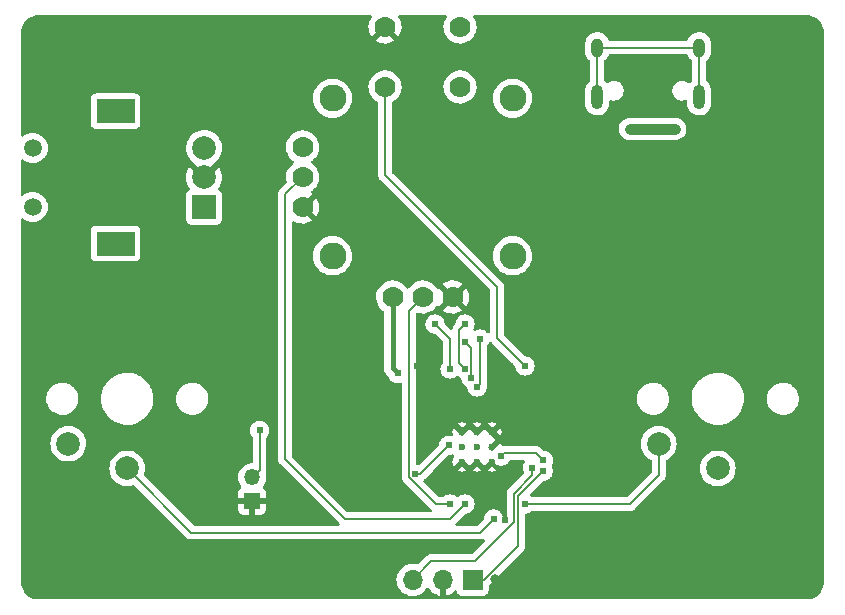
<source format=gtl>
%TF.GenerationSoftware,KiCad,Pcbnew,(6.0.0)*%
%TF.CreationDate,2021-12-27T13:21:06-08:00*%
%TF.ProjectId,Microtus-rp2040,4d696372-6f74-4757-932d-727032303430,rev?*%
%TF.SameCoordinates,Original*%
%TF.FileFunction,Copper,L1,Top*%
%TF.FilePolarity,Positive*%
%FSLAX46Y46*%
G04 Gerber Fmt 4.6, Leading zero omitted, Abs format (unit mm)*
G04 Created by KiCad (PCBNEW (6.0.0)) date 2021-12-27 13:21:06*
%MOMM*%
%LPD*%
G01*
G04 APERTURE LIST*
%TA.AperFunction,ComponentPad*%
%ADD10R,1.700000X1.700000*%
%TD*%
%TA.AperFunction,ComponentPad*%
%ADD11O,1.700000X1.700000*%
%TD*%
%TA.AperFunction,ComponentPad*%
%ADD12R,1.350000X1.350000*%
%TD*%
%TA.AperFunction,ComponentPad*%
%ADD13O,1.350000X1.350000*%
%TD*%
%TA.AperFunction,ComponentPad*%
%ADD14O,1.000000X1.600000*%
%TD*%
%TA.AperFunction,ComponentPad*%
%ADD15O,1.000000X2.100000*%
%TD*%
%TA.AperFunction,ComponentPad*%
%ADD16C,0.600000*%
%TD*%
%TA.AperFunction,ComponentPad*%
%ADD17C,1.500000*%
%TD*%
%TA.AperFunction,ComponentPad*%
%ADD18R,3.200000X2.000000*%
%TD*%
%TA.AperFunction,ComponentPad*%
%ADD19C,2.000000*%
%TD*%
%TA.AperFunction,ComponentPad*%
%ADD20R,2.000000X2.000000*%
%TD*%
%TA.AperFunction,ComponentPad*%
%ADD21C,1.778000*%
%TD*%
%TA.AperFunction,ComponentPad*%
%ADD22C,2.286000*%
%TD*%
%TA.AperFunction,ViaPad*%
%ADD23C,0.609600*%
%TD*%
%TA.AperFunction,ViaPad*%
%ADD24C,0.800000*%
%TD*%
%TA.AperFunction,Conductor*%
%ADD25C,0.152400*%
%TD*%
%TA.AperFunction,Conductor*%
%ADD26C,0.406400*%
%TD*%
%TA.AperFunction,Conductor*%
%ADD27C,0.889000*%
%TD*%
G04 APERTURE END LIST*
D10*
%TO.P,J3,1,Pin_1*%
%TO.N,/SWCLK*%
X38735000Y-48330000D03*
D11*
%TO.P,J3,2,Pin_2*%
%TO.N,GND*%
X36195000Y-48330000D03*
%TO.P,J3,3,Pin_3*%
%TO.N,/SWD*%
X33655000Y-48330000D03*
%TD*%
D12*
%TO.P,JP1,1,1*%
%TO.N,GND*%
X20066000Y-41656000D03*
D13*
%TO.P,JP1,2,2*%
%TO.N,Net-(JP1-Pad2)*%
X20066000Y-39656000D03*
%TD*%
D14*
%TO.P,J2,S1,SHIELD*%
%TO.N,unconnected-(J2-PadS1)*%
X57914000Y-3268000D03*
X49274000Y-3268000D03*
D15*
X49274000Y-7448000D03*
X57914000Y-7448000D03*
%TD*%
D16*
%TO.P,U4,57,GND*%
%TO.N,GND*%
X37841000Y-35809000D03*
X37841000Y-37084000D03*
X37841000Y-38359000D03*
X39116000Y-35809000D03*
X39116000Y-37084000D03*
X39116000Y-38359000D03*
X40391000Y-35809000D03*
X40391000Y-37084000D03*
X40391000Y-38359000D03*
%TD*%
D17*
%TO.P,SW5,*%
%TO.N,*%
X1510000Y-11764000D03*
X1510000Y-16764000D03*
D18*
%TO.P,SW5,MP*%
%TO.N,N/C*%
X8510000Y-8664000D03*
X8510000Y-19864000D03*
D19*
%TO.P,SW5,B,B*%
%TO.N,ENC_B*%
X16010000Y-11764000D03*
%TO.P,SW5,C,C*%
%TO.N,GND*%
X16010000Y-14264000D03*
D20*
%TO.P,SW5,A,A*%
%TO.N,ENC_A*%
X16010000Y-16764000D03*
%TD*%
D19*
%TO.P,SW3,1,1*%
%TO.N,+3V3*%
X59500000Y-38900000D03*
%TO.P,SW3,2,2*%
%TO.N,BUTTON_R*%
X54500000Y-36800000D03*
%TD*%
%TO.P,SW1,1,1*%
%TO.N,BUTTON_L*%
X9500000Y-38900000D03*
%TO.P,SW1,2,2*%
%TO.N,+3V3*%
X4500000Y-36800000D03*
%TD*%
D21*
%TO.P,S1,B1A,SEL+*%
%TO.N,GND*%
X31325000Y-1524000D03*
%TO.P,S1,B1B*%
%TO.N,N/C*%
X37675000Y-1524000D03*
%TO.P,S1,B2A,SEL-*%
%TO.N,BUTTON_C*%
X31325000Y-6604000D03*
%TO.P,S1,B2B*%
%TO.N,N/C*%
X37675000Y-6604000D03*
%TO.P,S1,H1,H+*%
%TO.N,+3V3*%
X31960000Y-24384000D03*
%TO.P,S1,H2,H*%
%TO.N,X_POS*%
X34500000Y-24384000D03*
%TO.P,S1,H3,H-*%
%TO.N,GND*%
X37040000Y-24384000D03*
D22*
%TO.P,S1,MOUN*%
%TO.N,N/C*%
X26880000Y-7556500D03*
X26880000Y-20891500D03*
X42120000Y-20891500D03*
X42120000Y-7556500D03*
D21*
%TO.P,S1,V1,V+*%
%TO.N,+3V3*%
X24340000Y-11684000D03*
%TO.P,S1,V2,V*%
%TO.N,Y_POS*%
X24340000Y-14224000D03*
%TO.P,S1,V3,V-*%
%TO.N,GND*%
X24340000Y-16764000D03*
%TD*%
D23*
%TO.N,GND*%
X24410000Y-30130000D03*
X41510000Y-43230000D03*
%TO.N,/SWD*%
X43810000Y-38830000D03*
%TO.N,/SWCLK*%
X44710000Y-39130000D03*
D24*
%TO.N,VBUS*%
X55880000Y-10160000D03*
D23*
%TO.N,GND*%
X47143000Y-33782000D03*
X49810000Y-38862000D03*
X53848000Y-11430000D03*
X59182000Y-9906000D03*
X47498000Y-9652000D03*
X30353000Y-35814000D03*
D24*
X57150000Y-12700000D03*
D23*
X21590000Y-30480000D03*
X15240000Y-6350000D03*
X27940000Y-1270000D03*
X43180000Y-1270000D03*
X41910000Y-30226000D03*
X34036000Y-30226000D03*
X19558000Y-14478000D03*
X22352000Y-41656000D03*
X30860996Y-37403040D03*
D24*
X31750000Y-41910000D03*
X30480000Y-40640000D03*
X35560000Y-45720000D03*
X36830000Y-45720000D03*
X38100000Y-45720000D03*
X40640000Y-48260000D03*
X53340000Y-48260000D03*
D23*
X46635000Y-35560000D03*
X34290000Y-21590000D03*
X46990000Y-44450000D03*
X27940000Y-34290000D03*
X22860000Y-7620000D03*
X35560000Y-33020000D03*
X38100000Y-22860000D03*
%TO.N,+3V3*%
X32385000Y-30861000D03*
%TO.N,Y_POS*%
X38100000Y-41910000D03*
%TO.N,X_POS*%
X36830030Y-41910000D03*
D24*
%TO.N,VBUS*%
X52070000Y-10160000D03*
D23*
%TO.N,+1V1*%
X41148000Y-37846000D03*
X36703000Y-36957000D03*
X33822874Y-39410874D03*
X44742000Y-38215000D03*
%TO.N,BUTTON_C*%
X43180000Y-30226000D03*
%TO.N,BUTTON_L*%
X40516000Y-43180028D03*
%TO.N,BUTTON_R*%
X43180000Y-41910000D03*
%TO.N,ENC_A*%
X38608000Y-31242000D03*
X38099984Y-28192410D03*
%TO.N,ENC_B*%
X39116000Y-32004000D03*
X39370000Y-27940000D03*
%TO.N,I2C_SCL*%
X38100000Y-30480000D03*
X38100000Y-26670000D03*
%TO.N,I2C_SDA*%
X36830000Y-30480000D03*
X35560000Y-26670000D03*
%TO.N,Net-(JP1-Pad2)*%
X20699000Y-35685000D03*
%TD*%
D25*
%TO.N,/SWD*%
X35255000Y-46730000D02*
X33655000Y-48330000D01*
X38910000Y-46730000D02*
X35255000Y-46730000D01*
X42210000Y-43430000D02*
X38910000Y-46730000D01*
X42210000Y-41030000D02*
X42210000Y-43430000D01*
X43810000Y-39430000D02*
X42210000Y-41030000D01*
X43810000Y-38830000D02*
X43810000Y-39430000D01*
%TO.N,/SWCLK*%
X42610000Y-41230000D02*
X44710000Y-39130000D01*
X42610000Y-45457400D02*
X42610000Y-41230000D01*
X39737400Y-48330000D02*
X42610000Y-45457400D01*
X38735000Y-48330000D02*
X39737400Y-48330000D01*
%TO.N,+1V1*%
X44119000Y-37592000D02*
X41402000Y-37592000D01*
X41402000Y-37592000D02*
X41148000Y-37846000D01*
X44742000Y-38215000D02*
X44119000Y-37592000D01*
%TO.N,unconnected-(J2-PadS1)*%
X57914000Y-7448000D02*
X57914000Y-3268000D01*
X49274000Y-3268000D02*
X57914000Y-3268000D01*
X49274000Y-7448000D02*
X49274000Y-3268000D01*
D26*
%TO.N,+3V3*%
X31960000Y-30436000D02*
X32385000Y-30861000D01*
X31960000Y-24384000D02*
X31960000Y-30436000D01*
D25*
%TO.N,Y_POS*%
X27940000Y-43180000D02*
X36830000Y-43180000D01*
X24340000Y-14224000D02*
X22860000Y-15704000D01*
X22860000Y-15704000D02*
X22860000Y-38100000D01*
X22860000Y-38100000D02*
X27940000Y-43180000D01*
X36830000Y-43180000D02*
X38100000Y-41910000D01*
%TO.N,X_POS*%
X34500000Y-24384000D02*
X33341873Y-25542127D01*
X33341873Y-25542127D02*
X33341873Y-39641755D01*
X35610118Y-41910000D02*
X36830030Y-41910000D01*
X33341873Y-39641755D02*
X35610118Y-41910000D01*
D27*
%TO.N,VBUS*%
X52070000Y-10160000D02*
X55880000Y-10160000D01*
D25*
%TO.N,+1V1*%
X36703000Y-36957000D02*
X34249126Y-39410874D01*
X34249126Y-39410874D02*
X33822874Y-39410874D01*
%TO.N,BUTTON_C*%
X40800799Y-27846799D02*
X40800799Y-23528799D01*
X43180000Y-30226000D02*
X40800799Y-27846799D01*
X31325000Y-14053000D02*
X31325000Y-6604000D01*
X40800799Y-23528799D02*
X31325000Y-14053000D01*
%TO.N,BUTTON_L*%
X39370138Y-44325890D02*
X40516000Y-43180028D01*
X9500000Y-38900000D02*
X14925890Y-44325890D01*
X14925890Y-44325890D02*
X39370138Y-44325890D01*
%TO.N,BUTTON_R*%
X54500000Y-36800000D02*
X54500000Y-39480000D01*
X54500000Y-39480000D02*
X52070000Y-41910000D01*
X52070000Y-41910000D02*
X43180000Y-41910000D01*
%TO.N,ENC_A*%
X38608000Y-31242000D02*
X38608000Y-28700426D01*
X38608000Y-28700426D02*
X38099984Y-28192410D01*
%TO.N,ENC_B*%
X39370000Y-31750000D02*
X39370000Y-27940000D01*
X39116000Y-32004000D02*
X39370000Y-31750000D01*
%TO.N,I2C_SCL*%
X38100000Y-30480000D02*
X37618982Y-29998982D01*
X37618982Y-29998982D02*
X37618982Y-27151018D01*
X37618982Y-27151018D02*
X38100000Y-26670000D01*
%TO.N,I2C_SDA*%
X36830000Y-30480000D02*
X36830000Y-27940000D01*
X36830000Y-27940000D02*
X35560000Y-26670000D01*
%TO.N,Net-(JP1-Pad2)*%
X20699000Y-39023000D02*
X20066000Y-39656000D01*
X20699000Y-35685000D02*
X20699000Y-39023000D01*
%TD*%
%TA.AperFunction,Conductor*%
%TO.N,GND*%
G36*
X30156542Y-528002D02*
G01*
X30203035Y-581658D01*
X30213139Y-651932D01*
X30192509Y-705005D01*
X30109068Y-827325D01*
X30103973Y-836293D01*
X30011611Y-1035270D01*
X30008048Y-1044957D01*
X29949424Y-1256347D01*
X29947493Y-1266468D01*
X29924178Y-1484619D01*
X29923927Y-1494907D01*
X29936557Y-1713932D01*
X29937990Y-1724134D01*
X29986219Y-1938143D01*
X29989302Y-1947983D01*
X30071837Y-2151240D01*
X30076490Y-2160451D01*
X30163098Y-2301780D01*
X30173555Y-2311241D01*
X30182331Y-2307458D01*
X31235905Y-1253885D01*
X31298217Y-1219859D01*
X31369033Y-1224924D01*
X31414095Y-1253885D01*
X32463421Y-2303210D01*
X32475432Y-2309769D01*
X32487170Y-2300802D01*
X32523549Y-2250174D01*
X32528860Y-2241335D01*
X32626056Y-2044675D01*
X32629854Y-2035082D01*
X32693628Y-1825177D01*
X32695805Y-1815107D01*
X32724677Y-1595799D01*
X32725196Y-1589124D01*
X32726706Y-1527364D01*
X32726512Y-1520646D01*
X32708389Y-1300203D01*
X32706706Y-1290041D01*
X32653261Y-1077263D01*
X32649943Y-1067516D01*
X32562461Y-866321D01*
X32557594Y-857246D01*
X32457446Y-702440D01*
X32437239Y-634380D01*
X32457035Y-566199D01*
X32510550Y-519545D01*
X32563238Y-508000D01*
X36437815Y-508000D01*
X36505936Y-528002D01*
X36552429Y-581658D01*
X36562533Y-651932D01*
X36541905Y-705002D01*
X36455716Y-831350D01*
X36358961Y-1039792D01*
X36297548Y-1261237D01*
X36273129Y-1489739D01*
X36286357Y-1719161D01*
X36287492Y-1724198D01*
X36287493Y-1724204D01*
X36310274Y-1825291D01*
X36336878Y-1943342D01*
X36423336Y-2156261D01*
X36426033Y-2160662D01*
X36426034Y-2160664D01*
X36475628Y-2241594D01*
X36543408Y-2352200D01*
X36693869Y-2525898D01*
X36697844Y-2529198D01*
X36697847Y-2529201D01*
X36745529Y-2568787D01*
X36870679Y-2672689D01*
X37069090Y-2788631D01*
X37073910Y-2790471D01*
X37073915Y-2790474D01*
X37179073Y-2830629D01*
X37283774Y-2870610D01*
X37288842Y-2871641D01*
X37288845Y-2871642D01*
X37399534Y-2894162D01*
X37508963Y-2916426D01*
X37514136Y-2916616D01*
X37514139Y-2916616D01*
X37733448Y-2924657D01*
X37733452Y-2924657D01*
X37738612Y-2924846D01*
X37743732Y-2924190D01*
X37743734Y-2924190D01*
X37961425Y-2896304D01*
X37961428Y-2896303D01*
X37966552Y-2895647D01*
X37973139Y-2893671D01*
X38181710Y-2831096D01*
X38186663Y-2829610D01*
X38393033Y-2728511D01*
X38397845Y-2725079D01*
X38575916Y-2598062D01*
X38580119Y-2595064D01*
X38600599Y-2574656D01*
X38739237Y-2436500D01*
X38742898Y-2432852D01*
X38773154Y-2390747D01*
X38873979Y-2250433D01*
X38876997Y-2246233D01*
X38978816Y-2040217D01*
X39003605Y-1958629D01*
X39044117Y-1825291D01*
X39044118Y-1825285D01*
X39045621Y-1820339D01*
X39075616Y-1592502D01*
X39077290Y-1524000D01*
X39066988Y-1398699D01*
X39058884Y-1300121D01*
X39058883Y-1300115D01*
X39058460Y-1294970D01*
X39002477Y-1072090D01*
X38910843Y-861347D01*
X38894475Y-836045D01*
X38835477Y-744849D01*
X38808041Y-702439D01*
X38787834Y-634380D01*
X38807630Y-566199D01*
X38861145Y-519545D01*
X38913833Y-508000D01*
X66950672Y-508000D01*
X66970056Y-509500D01*
X66972284Y-509847D01*
X66984859Y-511805D01*
X66984861Y-511805D01*
X66993730Y-513186D01*
X67002632Y-512022D01*
X67002634Y-512022D01*
X67008959Y-511195D01*
X67034282Y-510452D01*
X67198126Y-522170D01*
X67203343Y-522543D01*
X67221137Y-525101D01*
X67411540Y-566521D01*
X67428788Y-571586D01*
X67611358Y-639682D01*
X67627710Y-647149D01*
X67636470Y-651932D01*
X67798734Y-740534D01*
X67813848Y-750248D01*
X67953940Y-855119D01*
X67969842Y-867023D01*
X67983428Y-878796D01*
X68121204Y-1016572D01*
X68132977Y-1030158D01*
X68249752Y-1186152D01*
X68259466Y-1201266D01*
X68307940Y-1290041D01*
X68352851Y-1372290D01*
X68360318Y-1388642D01*
X68428414Y-1571212D01*
X68433480Y-1588462D01*
X68474899Y-1778863D01*
X68477457Y-1796658D01*
X68478784Y-1815210D01*
X68488280Y-1947983D01*
X68489041Y-1958629D01*
X68488297Y-1976533D01*
X68488195Y-1984858D01*
X68486814Y-1993730D01*
X68487978Y-2002632D01*
X68487978Y-2002635D01*
X68490936Y-2025251D01*
X68492000Y-2041589D01*
X68492000Y-48450672D01*
X68490500Y-48470056D01*
X68486814Y-48493730D01*
X68487978Y-48502632D01*
X68487978Y-48502634D01*
X68488805Y-48508959D01*
X68489548Y-48534287D01*
X68477457Y-48703343D01*
X68474899Y-48721137D01*
X68433480Y-48911538D01*
X68428414Y-48928788D01*
X68360318Y-49111358D01*
X68352851Y-49127710D01*
X68346851Y-49138699D01*
X68260023Y-49297715D01*
X68259469Y-49298729D01*
X68249752Y-49313848D01*
X68204879Y-49373792D01*
X68132977Y-49469842D01*
X68121204Y-49483428D01*
X67983428Y-49621204D01*
X67969841Y-49632977D01*
X67813848Y-49749752D01*
X67798734Y-49759466D01*
X67693020Y-49817190D01*
X67627710Y-49852851D01*
X67611358Y-49860318D01*
X67428788Y-49928414D01*
X67411540Y-49933479D01*
X67248022Y-49969051D01*
X67221137Y-49974899D01*
X67203342Y-49977457D01*
X67154443Y-49980954D01*
X67041369Y-49989041D01*
X67023467Y-49988297D01*
X67015142Y-49988195D01*
X67006270Y-49986814D01*
X66997368Y-49987978D01*
X66997365Y-49987978D01*
X66974749Y-49990936D01*
X66958411Y-49992000D01*
X2049328Y-49992000D01*
X2029943Y-49990500D01*
X2029661Y-49990456D01*
X2027117Y-49990060D01*
X2015141Y-49988195D01*
X2015139Y-49988195D01*
X2006270Y-49986814D01*
X1997368Y-49987978D01*
X1997366Y-49987978D01*
X1991041Y-49988805D01*
X1965718Y-49989548D01*
X1796657Y-49977457D01*
X1778863Y-49974899D01*
X1751978Y-49969051D01*
X1588460Y-49933479D01*
X1571212Y-49928414D01*
X1388642Y-49860318D01*
X1372290Y-49852851D01*
X1306980Y-49817190D01*
X1201266Y-49759466D01*
X1186152Y-49749752D01*
X1030159Y-49632977D01*
X1016572Y-49621204D01*
X878796Y-49483428D01*
X867023Y-49469842D01*
X795121Y-49373792D01*
X750248Y-49313848D01*
X740531Y-49298729D01*
X739978Y-49297715D01*
X653149Y-49138699D01*
X647149Y-49127710D01*
X639682Y-49111358D01*
X571586Y-48928788D01*
X566520Y-48911538D01*
X525101Y-48721137D01*
X522543Y-48703342D01*
X510959Y-48541371D01*
X511703Y-48523467D01*
X511805Y-48515142D01*
X513186Y-48506270D01*
X511547Y-48493730D01*
X509064Y-48474749D01*
X508000Y-48458411D01*
X508000Y-38900000D01*
X7986835Y-38900000D01*
X8005465Y-39136711D01*
X8006619Y-39141518D01*
X8006620Y-39141524D01*
X8020936Y-39201154D01*
X8060895Y-39367594D01*
X8062788Y-39372165D01*
X8062789Y-39372167D01*
X8127912Y-39529388D01*
X8151760Y-39586963D01*
X8154346Y-39591183D01*
X8273241Y-39785202D01*
X8273245Y-39785208D01*
X8275824Y-39789416D01*
X8430031Y-39969969D01*
X8610584Y-40124176D01*
X8614792Y-40126755D01*
X8614798Y-40126759D01*
X8807815Y-40245040D01*
X8813037Y-40248240D01*
X8817607Y-40250133D01*
X8817611Y-40250135D01*
X9008524Y-40329213D01*
X9032406Y-40339105D01*
X9103937Y-40356278D01*
X9258476Y-40393380D01*
X9258482Y-40393381D01*
X9263289Y-40394535D01*
X9500000Y-40413165D01*
X9736711Y-40394535D01*
X9741518Y-40393381D01*
X9741524Y-40393380D01*
X9962785Y-40340260D01*
X9962790Y-40340258D01*
X9967594Y-40339105D01*
X9972161Y-40337213D01*
X9972168Y-40337211D01*
X9986519Y-40331266D01*
X9992075Y-40328965D01*
X10062664Y-40321375D01*
X10129388Y-40356278D01*
X14479503Y-44706393D01*
X14490370Y-44718784D01*
X14508877Y-44742903D01*
X14586504Y-44802467D01*
X14631017Y-44836624D01*
X14638652Y-44839786D01*
X14638651Y-44839786D01*
X14689933Y-44861028D01*
X14765623Y-44892380D01*
X14765626Y-44892381D01*
X14773253Y-44895540D01*
X14781441Y-44896618D01*
X14887566Y-44910590D01*
X14887571Y-44910590D01*
X14925890Y-44915635D01*
X14934078Y-44914557D01*
X14956023Y-44911668D01*
X14972469Y-44910590D01*
X39323560Y-44910590D01*
X39340007Y-44911668D01*
X39370138Y-44915635D01*
X39408457Y-44910590D01*
X39408462Y-44910590D01*
X39514587Y-44896618D01*
X39522775Y-44895540D01*
X39611508Y-44858786D01*
X39682095Y-44851197D01*
X39745582Y-44882976D01*
X39781810Y-44944034D01*
X39779276Y-45014985D01*
X39748819Y-45064290D01*
X38704715Y-46108395D01*
X38642403Y-46142420D01*
X38615620Y-46145300D01*
X35301586Y-46145300D01*
X35285139Y-46144222D01*
X35263188Y-46141332D01*
X35255000Y-46140254D01*
X35102363Y-46160350D01*
X34960127Y-46219266D01*
X34868652Y-46289457D01*
X34837987Y-46312987D01*
X34832965Y-46319532D01*
X34819480Y-46337106D01*
X34808612Y-46349497D01*
X34164904Y-46993205D01*
X34102592Y-47027231D01*
X34033750Y-47022883D01*
X34008084Y-47013794D01*
X34008081Y-47013793D01*
X34003212Y-47012069D01*
X33998123Y-47011162D01*
X33998121Y-47011162D01*
X33788373Y-46973800D01*
X33788367Y-46973799D01*
X33783284Y-46972894D01*
X33709452Y-46971992D01*
X33565081Y-46970228D01*
X33565079Y-46970228D01*
X33559911Y-46970165D01*
X33339091Y-47003955D01*
X33126756Y-47073357D01*
X32928607Y-47176507D01*
X32924474Y-47179610D01*
X32924471Y-47179612D01*
X32874594Y-47217061D01*
X32749965Y-47310635D01*
X32595629Y-47472138D01*
X32469743Y-47656680D01*
X32375688Y-47859305D01*
X32315989Y-48074570D01*
X32292251Y-48296695D01*
X32305110Y-48519715D01*
X32306247Y-48524761D01*
X32306248Y-48524767D01*
X32308394Y-48534287D01*
X32354222Y-48737639D01*
X32415673Y-48888976D01*
X32424835Y-48911538D01*
X32438266Y-48944616D01*
X32440965Y-48949020D01*
X32550466Y-49127710D01*
X32554987Y-49135088D01*
X32701250Y-49303938D01*
X32873126Y-49446632D01*
X33066000Y-49559338D01*
X33274692Y-49639030D01*
X33279760Y-49640061D01*
X33279763Y-49640062D01*
X33374862Y-49659410D01*
X33493597Y-49683567D01*
X33498772Y-49683757D01*
X33498774Y-49683757D01*
X33711673Y-49691564D01*
X33711677Y-49691564D01*
X33716837Y-49691753D01*
X33721957Y-49691097D01*
X33721959Y-49691097D01*
X33933288Y-49664025D01*
X33933289Y-49664025D01*
X33938416Y-49663368D01*
X33943366Y-49661883D01*
X34147429Y-49600661D01*
X34147434Y-49600659D01*
X34152384Y-49599174D01*
X34352994Y-49500896D01*
X34534860Y-49371173D01*
X34693096Y-49213489D01*
X34752594Y-49130689D01*
X34823453Y-49032077D01*
X34824640Y-49032930D01*
X34871960Y-48989362D01*
X34941897Y-48977145D01*
X35007338Y-49004678D01*
X35035166Y-49036511D01*
X35092694Y-49130388D01*
X35098777Y-49138699D01*
X35238213Y-49299667D01*
X35245580Y-49306883D01*
X35409434Y-49442916D01*
X35417881Y-49448831D01*
X35601756Y-49556279D01*
X35611042Y-49560729D01*
X35810001Y-49636703D01*
X35819899Y-49639579D01*
X35923250Y-49660606D01*
X35937299Y-49659410D01*
X35941000Y-49649065D01*
X35941000Y-48202000D01*
X35961002Y-48133879D01*
X36014658Y-48087386D01*
X36067000Y-48076000D01*
X36323000Y-48076000D01*
X36391121Y-48096002D01*
X36437614Y-48149658D01*
X36449000Y-48202000D01*
X36449000Y-49648517D01*
X36453064Y-49662359D01*
X36466478Y-49664393D01*
X36473184Y-49663534D01*
X36483262Y-49661392D01*
X36687255Y-49600191D01*
X36696842Y-49596433D01*
X36888095Y-49502739D01*
X36896945Y-49497464D01*
X37070328Y-49373792D01*
X37078193Y-49367145D01*
X37182897Y-49262805D01*
X37245268Y-49228889D01*
X37316075Y-49234077D01*
X37372837Y-49276723D01*
X37389819Y-49307826D01*
X37412057Y-49367145D01*
X37434385Y-49426705D01*
X37521739Y-49543261D01*
X37638295Y-49630615D01*
X37774684Y-49681745D01*
X37836866Y-49688500D01*
X39633134Y-49688500D01*
X39695316Y-49681745D01*
X39831705Y-49630615D01*
X39948261Y-49543261D01*
X40035615Y-49426705D01*
X40086745Y-49290316D01*
X40093500Y-49228134D01*
X40093500Y-48855890D01*
X40113502Y-48787769D01*
X40142796Y-48755927D01*
X40147867Y-48752036D01*
X40154413Y-48747013D01*
X40159436Y-48740467D01*
X40159439Y-48740464D01*
X40172923Y-48722891D01*
X40183791Y-48710499D01*
X42990503Y-45903787D01*
X43002895Y-45892919D01*
X43020463Y-45879439D01*
X43027013Y-45874413D01*
X43086577Y-45796786D01*
X43120734Y-45752273D01*
X43179650Y-45610037D01*
X43199746Y-45457400D01*
X43195778Y-45427262D01*
X43194700Y-45410815D01*
X43194700Y-42840422D01*
X43214702Y-42772301D01*
X43268358Y-42725808D01*
X43309279Y-42714941D01*
X43337550Y-42712368D01*
X43344571Y-42711729D01*
X43351273Y-42709551D01*
X43351275Y-42709551D01*
X43511405Y-42657522D01*
X43511408Y-42657521D01*
X43518104Y-42655345D01*
X43524155Y-42651738D01*
X43668780Y-42565525D01*
X43668782Y-42565524D01*
X43674832Y-42561917D01*
X43679939Y-42557054D01*
X43708923Y-42529454D01*
X43772048Y-42496962D01*
X43795814Y-42494700D01*
X52023422Y-42494700D01*
X52039869Y-42495778D01*
X52070000Y-42499745D01*
X52108319Y-42494700D01*
X52108324Y-42494700D01*
X52214449Y-42480728D01*
X52222637Y-42479650D01*
X52327807Y-42436087D01*
X52364873Y-42420734D01*
X52417080Y-42380674D01*
X52487013Y-42327013D01*
X52492039Y-42320463D01*
X52492043Y-42320459D01*
X52505523Y-42302891D01*
X52516391Y-42290499D01*
X54880503Y-39926387D01*
X54892895Y-39915519D01*
X54910463Y-39902039D01*
X54917013Y-39897013D01*
X54995756Y-39794392D01*
X55010734Y-39774873D01*
X55034206Y-39718205D01*
X55069650Y-39632637D01*
X55071426Y-39619152D01*
X55084700Y-39518321D01*
X55084700Y-39518319D01*
X55088667Y-39488188D01*
X55089745Y-39480000D01*
X55085778Y-39449867D01*
X55084700Y-39433421D01*
X55084700Y-38900000D01*
X57986835Y-38900000D01*
X58005465Y-39136711D01*
X58006619Y-39141518D01*
X58006620Y-39141524D01*
X58020936Y-39201154D01*
X58060895Y-39367594D01*
X58062788Y-39372165D01*
X58062789Y-39372167D01*
X58127912Y-39529388D01*
X58151760Y-39586963D01*
X58154346Y-39591183D01*
X58273241Y-39785202D01*
X58273245Y-39785208D01*
X58275824Y-39789416D01*
X58430031Y-39969969D01*
X58610584Y-40124176D01*
X58614792Y-40126755D01*
X58614798Y-40126759D01*
X58807815Y-40245040D01*
X58813037Y-40248240D01*
X58817607Y-40250133D01*
X58817611Y-40250135D01*
X59008524Y-40329213D01*
X59032406Y-40339105D01*
X59103937Y-40356278D01*
X59258476Y-40393380D01*
X59258482Y-40393381D01*
X59263289Y-40394535D01*
X59500000Y-40413165D01*
X59736711Y-40394535D01*
X59741518Y-40393381D01*
X59741524Y-40393380D01*
X59896063Y-40356278D01*
X59967594Y-40339105D01*
X59991476Y-40329213D01*
X60182389Y-40250135D01*
X60182393Y-40250133D01*
X60186963Y-40248240D01*
X60192185Y-40245040D01*
X60385202Y-40126759D01*
X60385208Y-40126755D01*
X60389416Y-40124176D01*
X60569969Y-39969969D01*
X60724176Y-39789416D01*
X60726755Y-39785208D01*
X60726759Y-39785202D01*
X60845654Y-39591183D01*
X60848240Y-39586963D01*
X60872089Y-39529388D01*
X60937211Y-39372167D01*
X60937212Y-39372165D01*
X60939105Y-39367594D01*
X60979064Y-39201154D01*
X60993380Y-39141524D01*
X60993381Y-39141518D01*
X60994535Y-39136711D01*
X61013165Y-38900000D01*
X60994535Y-38663289D01*
X60990800Y-38647729D01*
X60950647Y-38480482D01*
X60939105Y-38432406D01*
X60926272Y-38401423D01*
X60850135Y-38217611D01*
X60850133Y-38217607D01*
X60848240Y-38213037D01*
X60833693Y-38189299D01*
X60726759Y-38014798D01*
X60726755Y-38014792D01*
X60724176Y-38010584D01*
X60569969Y-37830031D01*
X60389416Y-37675824D01*
X60385208Y-37673245D01*
X60385202Y-37673241D01*
X60191183Y-37554346D01*
X60186963Y-37551760D01*
X60182393Y-37549867D01*
X60182389Y-37549865D01*
X59972167Y-37462789D01*
X59972165Y-37462788D01*
X59967594Y-37460895D01*
X59887391Y-37441640D01*
X59741524Y-37406620D01*
X59741518Y-37406619D01*
X59736711Y-37405465D01*
X59500000Y-37386835D01*
X59263289Y-37405465D01*
X59258482Y-37406619D01*
X59258476Y-37406620D01*
X59112609Y-37441640D01*
X59032406Y-37460895D01*
X59027835Y-37462788D01*
X59027833Y-37462789D01*
X58817611Y-37549865D01*
X58817607Y-37549867D01*
X58813037Y-37551760D01*
X58808817Y-37554346D01*
X58614798Y-37673241D01*
X58614792Y-37673245D01*
X58610584Y-37675824D01*
X58430031Y-37830031D01*
X58275824Y-38010584D01*
X58273245Y-38014792D01*
X58273241Y-38014798D01*
X58166307Y-38189299D01*
X58151760Y-38213037D01*
X58149867Y-38217607D01*
X58149865Y-38217611D01*
X58073728Y-38401423D01*
X58060895Y-38432406D01*
X58049353Y-38480482D01*
X58009201Y-38647729D01*
X58005465Y-38663289D01*
X57986835Y-38900000D01*
X55084700Y-38900000D01*
X55084700Y-38274789D01*
X55104702Y-38206668D01*
X55162482Y-38158380D01*
X55186963Y-38148240D01*
X55283821Y-38088885D01*
X55385202Y-38026759D01*
X55385208Y-38026755D01*
X55389416Y-38024176D01*
X55569969Y-37869969D01*
X55724176Y-37689416D01*
X55726755Y-37685208D01*
X55726759Y-37685202D01*
X55845654Y-37491183D01*
X55848240Y-37486963D01*
X55850259Y-37482090D01*
X55937211Y-37272167D01*
X55937212Y-37272165D01*
X55939105Y-37267594D01*
X55964807Y-37160539D01*
X55993380Y-37041524D01*
X55993381Y-37041518D01*
X55994535Y-37036711D01*
X56013165Y-36800000D01*
X55994535Y-36563289D01*
X55967007Y-36448624D01*
X55940260Y-36337218D01*
X55939105Y-36332406D01*
X55933616Y-36319154D01*
X55850135Y-36117611D01*
X55850133Y-36117607D01*
X55848240Y-36113037D01*
X55827453Y-36079116D01*
X55726759Y-35914798D01*
X55726755Y-35914792D01*
X55724176Y-35910584D01*
X55569969Y-35730031D01*
X55389416Y-35575824D01*
X55385208Y-35573245D01*
X55385202Y-35573241D01*
X55191183Y-35454346D01*
X55186963Y-35451760D01*
X55182393Y-35449867D01*
X55182389Y-35449865D01*
X54972167Y-35362789D01*
X54972165Y-35362788D01*
X54967594Y-35360895D01*
X54844576Y-35331361D01*
X54741524Y-35306620D01*
X54741518Y-35306619D01*
X54736711Y-35305465D01*
X54500000Y-35286835D01*
X54263289Y-35305465D01*
X54258482Y-35306619D01*
X54258476Y-35306620D01*
X54155424Y-35331361D01*
X54032406Y-35360895D01*
X54027835Y-35362788D01*
X54027833Y-35362789D01*
X53817611Y-35449865D01*
X53817607Y-35449867D01*
X53813037Y-35451760D01*
X53808817Y-35454346D01*
X53614798Y-35573241D01*
X53614792Y-35573245D01*
X53610584Y-35575824D01*
X53430031Y-35730031D01*
X53275824Y-35910584D01*
X53273245Y-35914792D01*
X53273241Y-35914798D01*
X53172547Y-36079116D01*
X53151760Y-36113037D01*
X53149867Y-36117607D01*
X53149865Y-36117611D01*
X53066384Y-36319154D01*
X53060895Y-36332406D01*
X53059740Y-36337218D01*
X53032994Y-36448624D01*
X53005465Y-36563289D01*
X52986835Y-36800000D01*
X53005465Y-37036711D01*
X53006619Y-37041518D01*
X53006620Y-37041524D01*
X53035193Y-37160539D01*
X53060895Y-37267594D01*
X53062788Y-37272165D01*
X53062789Y-37272167D01*
X53149742Y-37482090D01*
X53151760Y-37486963D01*
X53154346Y-37491183D01*
X53273241Y-37685202D01*
X53273245Y-37685208D01*
X53275824Y-37689416D01*
X53430031Y-37869969D01*
X53610584Y-38024176D01*
X53614792Y-38026755D01*
X53614798Y-38026759D01*
X53716179Y-38088885D01*
X53813037Y-38148240D01*
X53837518Y-38158380D01*
X53892799Y-38202929D01*
X53915300Y-38274789D01*
X53915300Y-39185620D01*
X53895298Y-39253741D01*
X53878395Y-39274715D01*
X51864715Y-41288395D01*
X51802403Y-41322421D01*
X51775620Y-41325300D01*
X43798066Y-41325300D01*
X43729945Y-41305298D01*
X43708660Y-41288083D01*
X43697807Y-41277154D01*
X43697803Y-41277151D01*
X43692841Y-41272154D01*
X43643258Y-41240688D01*
X43596463Y-41187302D01*
X43585957Y-41117087D01*
X43615080Y-41052338D01*
X43621680Y-41045210D01*
X44688951Y-39977939D01*
X44751263Y-39943913D01*
X44766625Y-39941553D01*
X44874571Y-39931729D01*
X44881273Y-39929551D01*
X44881275Y-39929551D01*
X45041405Y-39877522D01*
X45041408Y-39877521D01*
X45048104Y-39875345D01*
X45113830Y-39836165D01*
X45198777Y-39785527D01*
X45198780Y-39785525D01*
X45204832Y-39781917D01*
X45276139Y-39714012D01*
X45331862Y-39660948D01*
X45331864Y-39660945D01*
X45336966Y-39656087D01*
X45437939Y-39504110D01*
X45487614Y-39373341D01*
X45500233Y-39340122D01*
X45500234Y-39340117D01*
X45502733Y-39333539D01*
X45521339Y-39201154D01*
X45527576Y-39156775D01*
X45527576Y-39156770D01*
X45528127Y-39152852D01*
X45528285Y-39141524D01*
X45528391Y-39133963D01*
X45528391Y-39133958D01*
X45528446Y-39130000D01*
X45508107Y-38948675D01*
X45505790Y-38942021D01*
X45450420Y-38783019D01*
X45450418Y-38783016D01*
X45448101Y-38776361D01*
X45441415Y-38765661D01*
X45422282Y-38697292D01*
X45443324Y-38629169D01*
X45466038Y-38594981D01*
X45469939Y-38589110D01*
X45490592Y-38534741D01*
X45532233Y-38425122D01*
X45532234Y-38425117D01*
X45534733Y-38418539D01*
X45540578Y-38376948D01*
X45559576Y-38241775D01*
X45559576Y-38241770D01*
X45560127Y-38237852D01*
X45560446Y-38215000D01*
X45540107Y-38033675D01*
X45480101Y-37861361D01*
X45383411Y-37706624D01*
X45318847Y-37641608D01*
X45259804Y-37582151D01*
X45259800Y-37582148D01*
X45254841Y-37577154D01*
X45214827Y-37551760D01*
X45195451Y-37539464D01*
X45100783Y-37479386D01*
X44994090Y-37441394D01*
X44935527Y-37420540D01*
X44935525Y-37420539D01*
X44928893Y-37418178D01*
X44921907Y-37417345D01*
X44921903Y-37417344D01*
X44794159Y-37402112D01*
X44728886Y-37374185D01*
X44719983Y-37366093D01*
X44565387Y-37211497D01*
X44554519Y-37199105D01*
X44541039Y-37181537D01*
X44536013Y-37174987D01*
X44456045Y-37113626D01*
X44413873Y-37081266D01*
X44372213Y-37064010D01*
X44314171Y-37039968D01*
X44279266Y-37025510D01*
X44271637Y-37022350D01*
X44263449Y-37021272D01*
X44157324Y-37007300D01*
X44157319Y-37007300D01*
X44119000Y-37002255D01*
X44110812Y-37003333D01*
X44088867Y-37006222D01*
X44072421Y-37007300D01*
X41448578Y-37007300D01*
X41432131Y-37006222D01*
X41410188Y-37003333D01*
X41402000Y-37002255D01*
X41363681Y-37007300D01*
X41363679Y-37007300D01*
X41325035Y-37012388D01*
X41254888Y-37001449D01*
X41201789Y-36954322D01*
X41185721Y-36915383D01*
X41181590Y-36897204D01*
X41126610Y-36739322D01*
X41123281Y-36732372D01*
X41114605Y-36724659D01*
X41105556Y-36728654D01*
X40480095Y-37354115D01*
X40417783Y-37388141D01*
X40346968Y-37383076D01*
X40301905Y-37354115D01*
X40120885Y-37173095D01*
X40086859Y-37110783D01*
X40091924Y-37039968D01*
X40120885Y-36994905D01*
X40656480Y-36459310D01*
X40664092Y-36445370D01*
X40663960Y-36443534D01*
X40659711Y-36436922D01*
X40032922Y-35810132D01*
X40755408Y-35810132D01*
X40755539Y-35811966D01*
X40759790Y-35818579D01*
X41103504Y-36162293D01*
X41115879Y-36169050D01*
X41119696Y-36166193D01*
X41176065Y-36017802D01*
X41179549Y-36004233D01*
X41203244Y-35835627D01*
X41203851Y-35827741D01*
X41204058Y-35812962D01*
X41203671Y-35805061D01*
X41184692Y-35635855D01*
X41181590Y-35622202D01*
X41126610Y-35464322D01*
X41123281Y-35457372D01*
X41114605Y-35449659D01*
X41105558Y-35453653D01*
X40763021Y-35796189D01*
X40755408Y-35810132D01*
X40032922Y-35810132D01*
X40031790Y-35809000D01*
X39766311Y-35543522D01*
X39752368Y-35535909D01*
X39750533Y-35536040D01*
X39743923Y-35540288D01*
X39205095Y-36079115D01*
X39142783Y-36113140D01*
X39071967Y-36108075D01*
X39026905Y-36079115D01*
X38491308Y-35543519D01*
X38477370Y-35535908D01*
X38475534Y-35536040D01*
X38468922Y-35540289D01*
X38200210Y-35809000D01*
X37930095Y-36079116D01*
X37867783Y-36113141D01*
X37796967Y-36108076D01*
X37751905Y-36079115D01*
X37481790Y-35809000D01*
X37128462Y-35455673D01*
X37116082Y-35448913D01*
X37110926Y-35452773D01*
X37110273Y-35454089D01*
X37053096Y-35611180D01*
X37049803Y-35624795D01*
X37028850Y-35790653D01*
X37028654Y-35804660D01*
X37044968Y-35971047D01*
X37047878Y-35984735D01*
X37053766Y-36002437D01*
X37056288Y-36073389D01*
X37020051Y-36134441D01*
X36956558Y-36166210D01*
X36903915Y-36161888D01*
X36903385Y-36164149D01*
X36896526Y-36162540D01*
X36889893Y-36160178D01*
X36882907Y-36159345D01*
X36882903Y-36159344D01*
X36753326Y-36143894D01*
X36708714Y-36138574D01*
X36701711Y-36139310D01*
X36701710Y-36139310D01*
X36655475Y-36144170D01*
X36527251Y-36157646D01*
X36520583Y-36159916D01*
X36361190Y-36214178D01*
X36361187Y-36214179D01*
X36354523Y-36216448D01*
X36299364Y-36250382D01*
X36210031Y-36305340D01*
X36199114Y-36312056D01*
X36068750Y-36439718D01*
X36056124Y-36459310D01*
X35989114Y-36563289D01*
X35969908Y-36593090D01*
X35967499Y-36599710D01*
X35967497Y-36599713D01*
X35909910Y-36757932D01*
X35907502Y-36764549D01*
X35903024Y-36800000D01*
X35889621Y-36906097D01*
X35861239Y-36971174D01*
X35853709Y-36979401D01*
X34220426Y-38612684D01*
X34158114Y-38646710D01*
X34089065Y-38642288D01*
X34010307Y-38614244D01*
X33952843Y-38572550D01*
X33927042Y-38506408D01*
X33926573Y-38495545D01*
X33926573Y-35085799D01*
X37482016Y-35085799D01*
X37485840Y-35094629D01*
X37828189Y-35436979D01*
X37842132Y-35444592D01*
X37843966Y-35444461D01*
X37850579Y-35440210D01*
X38193914Y-35096875D01*
X38199962Y-35085799D01*
X38757016Y-35085799D01*
X38760840Y-35094629D01*
X39103189Y-35436979D01*
X39117132Y-35444592D01*
X39118966Y-35444461D01*
X39125579Y-35440210D01*
X39468914Y-35096875D01*
X39474962Y-35085799D01*
X40032016Y-35085799D01*
X40035840Y-35094629D01*
X40378189Y-35436979D01*
X40392132Y-35444592D01*
X40393966Y-35444461D01*
X40400579Y-35440210D01*
X40743914Y-35096875D01*
X40750671Y-35084500D01*
X40746105Y-35078400D01*
X40740802Y-35075813D01*
X40583309Y-35019732D01*
X40569685Y-35016536D01*
X40403670Y-34996741D01*
X40389673Y-34996643D01*
X40223404Y-35014118D01*
X40209725Y-35017126D01*
X40051463Y-35071002D01*
X40040855Y-35075994D01*
X40032016Y-35085799D01*
X39474962Y-35085799D01*
X39475671Y-35084500D01*
X39471105Y-35078400D01*
X39465802Y-35075813D01*
X39308309Y-35019732D01*
X39294685Y-35016536D01*
X39128670Y-34996741D01*
X39114673Y-34996643D01*
X38948404Y-35014118D01*
X38934725Y-35017126D01*
X38776463Y-35071002D01*
X38765855Y-35075994D01*
X38757016Y-35085799D01*
X38199962Y-35085799D01*
X38200671Y-35084500D01*
X38196105Y-35078400D01*
X38190802Y-35075813D01*
X38033309Y-35019732D01*
X38019685Y-35016536D01*
X37853670Y-34996741D01*
X37839673Y-34996643D01*
X37673404Y-35014118D01*
X37659725Y-35017126D01*
X37501463Y-35071002D01*
X37490855Y-35075994D01*
X37482016Y-35085799D01*
X33926573Y-35085799D01*
X33926573Y-32935774D01*
X52638102Y-32935774D01*
X52646751Y-33166158D01*
X52647846Y-33171377D01*
X52664518Y-33250835D01*
X52694093Y-33391791D01*
X52696051Y-33396750D01*
X52696052Y-33396752D01*
X52752411Y-33539460D01*
X52778776Y-33606221D01*
X52781543Y-33610780D01*
X52781544Y-33610783D01*
X52790139Y-33624947D01*
X52898377Y-33803317D01*
X52901874Y-33807347D01*
X52988438Y-33907103D01*
X53049477Y-33977445D01*
X53053608Y-33980832D01*
X53223627Y-34120240D01*
X53223633Y-34120244D01*
X53227755Y-34123624D01*
X53232391Y-34126263D01*
X53232394Y-34126265D01*
X53284823Y-34156109D01*
X53428114Y-34237675D01*
X53644825Y-34316337D01*
X53650074Y-34317286D01*
X53650077Y-34317287D01*
X53867608Y-34356623D01*
X53867615Y-34356624D01*
X53871692Y-34357361D01*
X53889414Y-34358197D01*
X53894356Y-34358430D01*
X53894363Y-34358430D01*
X53895844Y-34358500D01*
X54057890Y-34358500D01*
X54124809Y-34352822D01*
X54224409Y-34344371D01*
X54224413Y-34344370D01*
X54229720Y-34343920D01*
X54234875Y-34342582D01*
X54234881Y-34342581D01*
X54447703Y-34287343D01*
X54447707Y-34287342D01*
X54452872Y-34286001D01*
X54457738Y-34283809D01*
X54457741Y-34283808D01*
X54658202Y-34193507D01*
X54663075Y-34191312D01*
X54854319Y-34062559D01*
X55021135Y-33903424D01*
X55158754Y-33718458D01*
X55263240Y-33512949D01*
X55299321Y-33396752D01*
X55330024Y-33297871D01*
X55331607Y-33292773D01*
X55337165Y-33250835D01*
X55361198Y-33069511D01*
X55361198Y-33069506D01*
X55361898Y-33064226D01*
X55361227Y-33046355D01*
X57287042Y-33046355D01*
X57287405Y-33050503D01*
X57287405Y-33050507D01*
X57289068Y-33069511D01*
X57312613Y-33338625D01*
X57313523Y-33342697D01*
X57313524Y-33342702D01*
X57357505Y-33539460D01*
X57376613Y-33624947D01*
X57477919Y-33900288D01*
X57479866Y-33903981D01*
X57479867Y-33903983D01*
X57595671Y-34123624D01*
X57614751Y-34159813D01*
X57784705Y-34398961D01*
X57984794Y-34613531D01*
X58211504Y-34799752D01*
X58460851Y-34954354D01*
X58464668Y-34956070D01*
X58464671Y-34956071D01*
X58538709Y-34989345D01*
X58728456Y-35074620D01*
X58765955Y-35085799D01*
X59005618Y-35157247D01*
X59005626Y-35157249D01*
X59009615Y-35158438D01*
X59013731Y-35159090D01*
X59013736Y-35159091D01*
X59295922Y-35203784D01*
X59295927Y-35203784D01*
X59299390Y-35204333D01*
X59348486Y-35206563D01*
X59389732Y-35208436D01*
X59389751Y-35208436D01*
X59391151Y-35208500D01*
X59574420Y-35208500D01*
X59792742Y-35193999D01*
X60080341Y-35136009D01*
X60338396Y-35047154D01*
X60353780Y-35041857D01*
X60353781Y-35041856D01*
X60357744Y-35040492D01*
X60361486Y-35038618D01*
X60361491Y-35038616D01*
X60616333Y-34911000D01*
X60616335Y-34910999D01*
X60620077Y-34909125D01*
X60862732Y-34744217D01*
X61081445Y-34548665D01*
X61272373Y-34325905D01*
X61378019Y-34163225D01*
X61429884Y-34083360D01*
X61429887Y-34083355D01*
X61432163Y-34079850D01*
X61558007Y-33814823D01*
X61560408Y-33807347D01*
X61646416Y-33539460D01*
X61647694Y-33535480D01*
X61699649Y-33246730D01*
X61708179Y-33058895D01*
X61712769Y-32957815D01*
X61712769Y-32957810D01*
X61712958Y-32953645D01*
X61711395Y-32935774D01*
X63638102Y-32935774D01*
X63646751Y-33166158D01*
X63647846Y-33171377D01*
X63664518Y-33250835D01*
X63694093Y-33391791D01*
X63696051Y-33396750D01*
X63696052Y-33396752D01*
X63752411Y-33539460D01*
X63778776Y-33606221D01*
X63781543Y-33610780D01*
X63781544Y-33610783D01*
X63790139Y-33624947D01*
X63898377Y-33803317D01*
X63901874Y-33807347D01*
X63988438Y-33907103D01*
X64049477Y-33977445D01*
X64053608Y-33980832D01*
X64223627Y-34120240D01*
X64223633Y-34120244D01*
X64227755Y-34123624D01*
X64232391Y-34126263D01*
X64232394Y-34126265D01*
X64284823Y-34156109D01*
X64428114Y-34237675D01*
X64644825Y-34316337D01*
X64650074Y-34317286D01*
X64650077Y-34317287D01*
X64867608Y-34356623D01*
X64867615Y-34356624D01*
X64871692Y-34357361D01*
X64889414Y-34358197D01*
X64894356Y-34358430D01*
X64894363Y-34358430D01*
X64895844Y-34358500D01*
X65057890Y-34358500D01*
X65124809Y-34352822D01*
X65224409Y-34344371D01*
X65224413Y-34344370D01*
X65229720Y-34343920D01*
X65234875Y-34342582D01*
X65234881Y-34342581D01*
X65447703Y-34287343D01*
X65447707Y-34287342D01*
X65452872Y-34286001D01*
X65457738Y-34283809D01*
X65457741Y-34283808D01*
X65658202Y-34193507D01*
X65663075Y-34191312D01*
X65854319Y-34062559D01*
X66021135Y-33903424D01*
X66158754Y-33718458D01*
X66263240Y-33512949D01*
X66299321Y-33396752D01*
X66330024Y-33297871D01*
X66331607Y-33292773D01*
X66337165Y-33250835D01*
X66361198Y-33069511D01*
X66361198Y-33069506D01*
X66361898Y-33064226D01*
X66353249Y-32833842D01*
X66350687Y-32821629D01*
X66307002Y-32613428D01*
X66305907Y-32608209D01*
X66249161Y-32464520D01*
X66223185Y-32398744D01*
X66223184Y-32398742D01*
X66221224Y-32393779D01*
X66215279Y-32383981D01*
X66104390Y-32201243D01*
X66101623Y-32196683D01*
X66014270Y-32096017D01*
X65954023Y-32026588D01*
X65954021Y-32026586D01*
X65950523Y-32022555D01*
X65882025Y-31966390D01*
X65776373Y-31879760D01*
X65776367Y-31879756D01*
X65772245Y-31876376D01*
X65767609Y-31873737D01*
X65767606Y-31873735D01*
X65601924Y-31779423D01*
X65571886Y-31762325D01*
X65355175Y-31683663D01*
X65349926Y-31682714D01*
X65349923Y-31682713D01*
X65132392Y-31643377D01*
X65132385Y-31643376D01*
X65128308Y-31642639D01*
X65110586Y-31641803D01*
X65105644Y-31641570D01*
X65105637Y-31641570D01*
X65104156Y-31641500D01*
X64942110Y-31641500D01*
X64879188Y-31646839D01*
X64775591Y-31655629D01*
X64775587Y-31655630D01*
X64770280Y-31656080D01*
X64765125Y-31657418D01*
X64765119Y-31657419D01*
X64552297Y-31712657D01*
X64552293Y-31712658D01*
X64547128Y-31713999D01*
X64542262Y-31716191D01*
X64542259Y-31716192D01*
X64433980Y-31764968D01*
X64336925Y-31808688D01*
X64145681Y-31937441D01*
X63978865Y-32096576D01*
X63841246Y-32281542D01*
X63736760Y-32487051D01*
X63735178Y-32492145D01*
X63735177Y-32492148D01*
X63681338Y-32665537D01*
X63668393Y-32707227D01*
X63667692Y-32712516D01*
X63652304Y-32828623D01*
X63638102Y-32935774D01*
X61711395Y-32935774D01*
X61687751Y-32665537D01*
X61687387Y-32661375D01*
X61682270Y-32638482D01*
X61624299Y-32379131D01*
X61624297Y-32379124D01*
X61623387Y-32375053D01*
X61613176Y-32347299D01*
X61559437Y-32201243D01*
X61522081Y-32099712D01*
X61455062Y-31972598D01*
X61387202Y-31843891D01*
X61387201Y-31843890D01*
X61385249Y-31840187D01*
X61215295Y-31601039D01*
X61015206Y-31386469D01*
X60788496Y-31200248D01*
X60539149Y-31045646D01*
X60535332Y-31043930D01*
X60535329Y-31043929D01*
X60402952Y-30984437D01*
X60271544Y-30925380D01*
X60124444Y-30881527D01*
X59994382Y-30842753D01*
X59994374Y-30842751D01*
X59990385Y-30841562D01*
X59986269Y-30840910D01*
X59986264Y-30840909D01*
X59704078Y-30796216D01*
X59704073Y-30796216D01*
X59700610Y-30795667D01*
X59651514Y-30793437D01*
X59610268Y-30791564D01*
X59610249Y-30791564D01*
X59608849Y-30791500D01*
X59425580Y-30791500D01*
X59207258Y-30806001D01*
X58919659Y-30863991D01*
X58803908Y-30903847D01*
X58662101Y-30952675D01*
X58642256Y-30959508D01*
X58638514Y-30961382D01*
X58638509Y-30961384D01*
X58392124Y-31084765D01*
X58379923Y-31090875D01*
X58314220Y-31135527D01*
X58187364Y-31221738D01*
X58137268Y-31255783D01*
X58134152Y-31258569D01*
X57970205Y-31405155D01*
X57918555Y-31451335D01*
X57727627Y-31674095D01*
X57683651Y-31741812D01*
X57594067Y-31879760D01*
X57567837Y-31920150D01*
X57441993Y-32185177D01*
X57440714Y-32189160D01*
X57440713Y-32189163D01*
X57438299Y-32196683D01*
X57352306Y-32464520D01*
X57300351Y-32753270D01*
X57298068Y-32803551D01*
X57291063Y-32957815D01*
X57287042Y-33046355D01*
X55361227Y-33046355D01*
X55353249Y-32833842D01*
X55350687Y-32821629D01*
X55307002Y-32613428D01*
X55305907Y-32608209D01*
X55249161Y-32464520D01*
X55223185Y-32398744D01*
X55223184Y-32398742D01*
X55221224Y-32393779D01*
X55215279Y-32383981D01*
X55104390Y-32201243D01*
X55101623Y-32196683D01*
X55014270Y-32096017D01*
X54954023Y-32026588D01*
X54954021Y-32026586D01*
X54950523Y-32022555D01*
X54882025Y-31966390D01*
X54776373Y-31879760D01*
X54776367Y-31879756D01*
X54772245Y-31876376D01*
X54767609Y-31873737D01*
X54767606Y-31873735D01*
X54601924Y-31779423D01*
X54571886Y-31762325D01*
X54355175Y-31683663D01*
X54349926Y-31682714D01*
X54349923Y-31682713D01*
X54132392Y-31643377D01*
X54132385Y-31643376D01*
X54128308Y-31642639D01*
X54110586Y-31641803D01*
X54105644Y-31641570D01*
X54105637Y-31641570D01*
X54104156Y-31641500D01*
X53942110Y-31641500D01*
X53879188Y-31646839D01*
X53775591Y-31655629D01*
X53775587Y-31655630D01*
X53770280Y-31656080D01*
X53765125Y-31657418D01*
X53765119Y-31657419D01*
X53552297Y-31712657D01*
X53552293Y-31712658D01*
X53547128Y-31713999D01*
X53542262Y-31716191D01*
X53542259Y-31716192D01*
X53433980Y-31764968D01*
X53336925Y-31808688D01*
X53145681Y-31937441D01*
X52978865Y-32096576D01*
X52841246Y-32281542D01*
X52736760Y-32487051D01*
X52735178Y-32492145D01*
X52735177Y-32492148D01*
X52681338Y-32665537D01*
X52668393Y-32707227D01*
X52667692Y-32712516D01*
X52652304Y-32828623D01*
X52638102Y-32935774D01*
X33926573Y-32935774D01*
X33926573Y-25844023D01*
X33946575Y-25775902D01*
X34000231Y-25729409D01*
X34070505Y-25719305D01*
X34097522Y-25726313D01*
X34108774Y-25730610D01*
X34113842Y-25731641D01*
X34113845Y-25731642D01*
X34224534Y-25754162D01*
X34333963Y-25776426D01*
X34339136Y-25776616D01*
X34339139Y-25776616D01*
X34558448Y-25784657D01*
X34558452Y-25784657D01*
X34563612Y-25784846D01*
X34568732Y-25784190D01*
X34568734Y-25784190D01*
X34786425Y-25756304D01*
X34786428Y-25756303D01*
X34791552Y-25755647D01*
X34798139Y-25753671D01*
X35006710Y-25691096D01*
X35011663Y-25689610D01*
X35218033Y-25588511D01*
X35222845Y-25585079D01*
X35289737Y-25537365D01*
X36251464Y-25537365D01*
X36256745Y-25544420D01*
X36429846Y-25645571D01*
X36439132Y-25650021D01*
X36644083Y-25728283D01*
X36653981Y-25731159D01*
X36868962Y-25774897D01*
X36879190Y-25776116D01*
X37098425Y-25784156D01*
X37108711Y-25783689D01*
X37326320Y-25755813D01*
X37336398Y-25753671D01*
X37546527Y-25690629D01*
X37556125Y-25686868D01*
X37753138Y-25590352D01*
X37761983Y-25585079D01*
X37817209Y-25545686D01*
X37825609Y-25534987D01*
X37818622Y-25521833D01*
X37052811Y-24756021D01*
X37038868Y-24748408D01*
X37037034Y-24748539D01*
X37030420Y-24752790D01*
X36258221Y-25524990D01*
X36251464Y-25537365D01*
X35289737Y-25537365D01*
X35400916Y-25458062D01*
X35405119Y-25455064D01*
X35567898Y-25292852D01*
X35658003Y-25167458D01*
X35668005Y-25153538D01*
X35724000Y-25109890D01*
X35794703Y-25103444D01*
X35857668Y-25136247D01*
X35877761Y-25161229D01*
X35878100Y-25161782D01*
X35888555Y-25171241D01*
X35897331Y-25167458D01*
X36667979Y-24396811D01*
X36674356Y-24385132D01*
X37404408Y-24385132D01*
X37404539Y-24386966D01*
X37408790Y-24393580D01*
X38178425Y-25163214D01*
X38190431Y-25169770D01*
X38202170Y-25160802D01*
X38238549Y-25110174D01*
X38243860Y-25101335D01*
X38341056Y-24904675D01*
X38344854Y-24895082D01*
X38408628Y-24685177D01*
X38410805Y-24675107D01*
X38439677Y-24455799D01*
X38440196Y-24449124D01*
X38441706Y-24387364D01*
X38441512Y-24380646D01*
X38423389Y-24160203D01*
X38421706Y-24150041D01*
X38368261Y-23937263D01*
X38364943Y-23927516D01*
X38277462Y-23726323D01*
X38272595Y-23717246D01*
X38201268Y-23606993D01*
X38190582Y-23597791D01*
X38181017Y-23602194D01*
X37412021Y-24371189D01*
X37404408Y-24385132D01*
X36674356Y-24385132D01*
X36675592Y-24382868D01*
X36675461Y-24381034D01*
X36671210Y-24374420D01*
X35901778Y-23604989D01*
X35890246Y-23598692D01*
X35877965Y-23608314D01*
X35874360Y-23613599D01*
X35819448Y-23658602D01*
X35748923Y-23666773D01*
X35685176Y-23635519D01*
X35664479Y-23611035D01*
X35613830Y-23532743D01*
X35613828Y-23532740D01*
X35611020Y-23528400D01*
X35479945Y-23384350D01*
X35459837Y-23362252D01*
X35459835Y-23362251D01*
X35456359Y-23358430D01*
X35452308Y-23355231D01*
X35452304Y-23355227D01*
X35296992Y-23232570D01*
X36253365Y-23232570D01*
X36260108Y-23244897D01*
X37027189Y-24011979D01*
X37041132Y-24019592D01*
X37042966Y-24019461D01*
X37049580Y-24015210D01*
X37821162Y-23243627D01*
X37828179Y-23230776D01*
X37820405Y-23220107D01*
X37819796Y-23219625D01*
X37811210Y-23213921D01*
X37619151Y-23107900D01*
X37609752Y-23103675D01*
X37402950Y-23030443D01*
X37392993Y-23027813D01*
X37177008Y-22989339D01*
X37166757Y-22988370D01*
X36947386Y-22985690D01*
X36937102Y-22986410D01*
X36720251Y-23019592D01*
X36710224Y-23021981D01*
X36501704Y-23090135D01*
X36492195Y-23094132D01*
X36297603Y-23195431D01*
X36288890Y-23200918D01*
X36261819Y-23221244D01*
X36253365Y-23232570D01*
X35296992Y-23232570D01*
X35282651Y-23221244D01*
X35276015Y-23216003D01*
X35074831Y-23104943D01*
X34957611Y-23063433D01*
X34863084Y-23029959D01*
X34863080Y-23029958D01*
X34858209Y-23028233D01*
X34853116Y-23027326D01*
X34853113Y-23027325D01*
X34637056Y-22988839D01*
X34637050Y-22988838D01*
X34631967Y-22987933D01*
X34558784Y-22987039D01*
X34407351Y-22985189D01*
X34407349Y-22985189D01*
X34402181Y-22985126D01*
X34250610Y-23008319D01*
X34180131Y-23019104D01*
X34180128Y-23019105D01*
X34175022Y-23019886D01*
X34152263Y-23027325D01*
X33961504Y-23089675D01*
X33961502Y-23089676D01*
X33956591Y-23091281D01*
X33752753Y-23197392D01*
X33748620Y-23200495D01*
X33748617Y-23200497D01*
X33689482Y-23244897D01*
X33568983Y-23335370D01*
X33410216Y-23501510D01*
X33334063Y-23613147D01*
X33279154Y-23658147D01*
X33208630Y-23666318D01*
X33144882Y-23635064D01*
X33124185Y-23610580D01*
X33073830Y-23532743D01*
X33073828Y-23532740D01*
X33071020Y-23528400D01*
X32939945Y-23384350D01*
X32919837Y-23362252D01*
X32919835Y-23362251D01*
X32916359Y-23358430D01*
X32912308Y-23355231D01*
X32912304Y-23355227D01*
X32742651Y-23221244D01*
X32736015Y-23216003D01*
X32534831Y-23104943D01*
X32417611Y-23063433D01*
X32323084Y-23029959D01*
X32323080Y-23029958D01*
X32318209Y-23028233D01*
X32313116Y-23027326D01*
X32313113Y-23027325D01*
X32097056Y-22988839D01*
X32097050Y-22988838D01*
X32091967Y-22987933D01*
X32018784Y-22987039D01*
X31867351Y-22985189D01*
X31867349Y-22985189D01*
X31862181Y-22985126D01*
X31710610Y-23008319D01*
X31640131Y-23019104D01*
X31640128Y-23019105D01*
X31635022Y-23019886D01*
X31612263Y-23027325D01*
X31421504Y-23089675D01*
X31421502Y-23089676D01*
X31416591Y-23091281D01*
X31212753Y-23197392D01*
X31208620Y-23200495D01*
X31208617Y-23200497D01*
X31149482Y-23244897D01*
X31028983Y-23335370D01*
X30870216Y-23501510D01*
X30740716Y-23691350D01*
X30643961Y-23899792D01*
X30582548Y-24121237D01*
X30558129Y-24349739D01*
X30571357Y-24579161D01*
X30572492Y-24584198D01*
X30572493Y-24584204D01*
X30609498Y-24748408D01*
X30621878Y-24803342D01*
X30708336Y-25016261D01*
X30711033Y-25020662D01*
X30711034Y-25020664D01*
X30761762Y-25103444D01*
X30828408Y-25212200D01*
X30978869Y-25385898D01*
X31155679Y-25532689D01*
X31177921Y-25545686D01*
X31185870Y-25550331D01*
X31234594Y-25601969D01*
X31248300Y-25659119D01*
X31248300Y-30406970D01*
X31248008Y-30415540D01*
X31244869Y-30461586D01*
X31244055Y-30473521D01*
X31245360Y-30480997D01*
X31245360Y-30481000D01*
X31255096Y-30536783D01*
X31256059Y-30543308D01*
X31262136Y-30593523D01*
X31263768Y-30607011D01*
X31266454Y-30614119D01*
X31267019Y-30616419D01*
X31271686Y-30633480D01*
X31272366Y-30635734D01*
X31273672Y-30643215D01*
X31279657Y-30656849D01*
X31299475Y-30701995D01*
X31301967Y-30708102D01*
X31320425Y-30756948D01*
X31324657Y-30768149D01*
X31328956Y-30774404D01*
X31330049Y-30776495D01*
X31338655Y-30791957D01*
X31339858Y-30793991D01*
X31342911Y-30800946D01*
X31347534Y-30806971D01*
X31347537Y-30806976D01*
X31381988Y-30851874D01*
X31385864Y-30857209D01*
X31417918Y-30903847D01*
X31417923Y-30903853D01*
X31422225Y-30910112D01*
X31468972Y-30951762D01*
X31474248Y-30956743D01*
X31581207Y-31063702D01*
X31611671Y-31113026D01*
X31642033Y-31204299D01*
X31736554Y-31360371D01*
X31741445Y-31365436D01*
X31741446Y-31365437D01*
X31786570Y-31412164D01*
X31863303Y-31491623D01*
X31869195Y-31495478D01*
X31869199Y-31495482D01*
X32010085Y-31587675D01*
X32015981Y-31591533D01*
X32022585Y-31593989D01*
X32022587Y-31593990D01*
X32055809Y-31606345D01*
X32187000Y-31655135D01*
X32367860Y-31679267D01*
X32374871Y-31678629D01*
X32374875Y-31678629D01*
X32514580Y-31665914D01*
X32549571Y-31662729D01*
X32556273Y-31660551D01*
X32556275Y-31660551D01*
X32592237Y-31648866D01*
X32663205Y-31646839D01*
X32724002Y-31683501D01*
X32755328Y-31747213D01*
X32757173Y-31768699D01*
X32757173Y-39595177D01*
X32756095Y-39611624D01*
X32752128Y-39641755D01*
X32753206Y-39649943D01*
X32757173Y-39680074D01*
X32757173Y-39680076D01*
X32770581Y-39781917D01*
X32772223Y-39794392D01*
X32805672Y-39875144D01*
X32814730Y-39897013D01*
X32827463Y-39927752D01*
X32831139Y-39936628D01*
X32842070Y-39950873D01*
X32924860Y-40058768D01*
X32931406Y-40063791D01*
X32931409Y-40063794D01*
X32948982Y-40077278D01*
X32961374Y-40088146D01*
X35163731Y-42290503D01*
X35174598Y-42302894D01*
X35193105Y-42327013D01*
X35199655Y-42332039D01*
X35199656Y-42332040D01*
X35248263Y-42369337D01*
X35290130Y-42426675D01*
X35294352Y-42497546D01*
X35259588Y-42559449D01*
X35196876Y-42592730D01*
X35171559Y-42595300D01*
X28234380Y-42595300D01*
X28166259Y-42575298D01*
X28145285Y-42558395D01*
X23481605Y-37894715D01*
X23447579Y-37832403D01*
X23444700Y-37805620D01*
X23444700Y-20891500D01*
X25223393Y-20891500D01*
X25243789Y-21150650D01*
X25244943Y-21155457D01*
X25244944Y-21155463D01*
X25262181Y-21227261D01*
X25304473Y-21403420D01*
X25403952Y-21643584D01*
X25539777Y-21865229D01*
X25708602Y-22062898D01*
X25906271Y-22231723D01*
X26127916Y-22367548D01*
X26132486Y-22369441D01*
X26132488Y-22369442D01*
X26363507Y-22465133D01*
X26368080Y-22467027D01*
X26454543Y-22487785D01*
X26616037Y-22526556D01*
X26616043Y-22526557D01*
X26620850Y-22527711D01*
X26880000Y-22548107D01*
X27139150Y-22527711D01*
X27143957Y-22526557D01*
X27143963Y-22526556D01*
X27305457Y-22487785D01*
X27391920Y-22467027D01*
X27396493Y-22465133D01*
X27627512Y-22369442D01*
X27627514Y-22369441D01*
X27632084Y-22367548D01*
X27853729Y-22231723D01*
X28051398Y-22062898D01*
X28220223Y-21865229D01*
X28356048Y-21643584D01*
X28455527Y-21403420D01*
X28497819Y-21227261D01*
X28515056Y-21155463D01*
X28515057Y-21155457D01*
X28516211Y-21150650D01*
X28536607Y-20891500D01*
X28516211Y-20632350D01*
X28455527Y-20379580D01*
X28356048Y-20139416D01*
X28220223Y-19917771D01*
X28051398Y-19720102D01*
X27853729Y-19551277D01*
X27632084Y-19415452D01*
X27627514Y-19413559D01*
X27627512Y-19413558D01*
X27396493Y-19317867D01*
X27396491Y-19317866D01*
X27391920Y-19315973D01*
X27305457Y-19295215D01*
X27143963Y-19256444D01*
X27143957Y-19256443D01*
X27139150Y-19255289D01*
X26880000Y-19234893D01*
X26620850Y-19255289D01*
X26616043Y-19256443D01*
X26616037Y-19256444D01*
X26454543Y-19295215D01*
X26368080Y-19315973D01*
X26363509Y-19317866D01*
X26363507Y-19317867D01*
X26132488Y-19413558D01*
X26132486Y-19413559D01*
X26127916Y-19415452D01*
X25906271Y-19551277D01*
X25708602Y-19720102D01*
X25539777Y-19917771D01*
X25403952Y-20139416D01*
X25304473Y-20379580D01*
X25243789Y-20632350D01*
X25223393Y-20891500D01*
X23444700Y-20891500D01*
X23444700Y-18078509D01*
X23464702Y-18010388D01*
X23518358Y-17963895D01*
X23588632Y-17953791D01*
X23634271Y-17969721D01*
X23729851Y-18025574D01*
X23739132Y-18030021D01*
X23944083Y-18108283D01*
X23953981Y-18111159D01*
X24168962Y-18154897D01*
X24179190Y-18156116D01*
X24398425Y-18164156D01*
X24408711Y-18163689D01*
X24626320Y-18135813D01*
X24636398Y-18133671D01*
X24846527Y-18070629D01*
X24856125Y-18066868D01*
X25053138Y-17970352D01*
X25061983Y-17965079D01*
X25117209Y-17925686D01*
X25125609Y-17914987D01*
X25118622Y-17901833D01*
X24069885Y-16853095D01*
X24035859Y-16790783D01*
X24037694Y-16765132D01*
X24704408Y-16765132D01*
X24704539Y-16766966D01*
X24708790Y-16773580D01*
X25478425Y-17543214D01*
X25490431Y-17549770D01*
X25502170Y-17540802D01*
X25538549Y-17490174D01*
X25543860Y-17481335D01*
X25641056Y-17284675D01*
X25644854Y-17275082D01*
X25708628Y-17065177D01*
X25710805Y-17055107D01*
X25739677Y-16835799D01*
X25740196Y-16829124D01*
X25741706Y-16767364D01*
X25741512Y-16760646D01*
X25723389Y-16540203D01*
X25721706Y-16530041D01*
X25668261Y-16317263D01*
X25664943Y-16307516D01*
X25577462Y-16106323D01*
X25572595Y-16097246D01*
X25501268Y-15986993D01*
X25490582Y-15977791D01*
X25481017Y-15982194D01*
X24712021Y-16751189D01*
X24704408Y-16765132D01*
X24037694Y-16765132D01*
X24040924Y-16719967D01*
X24069885Y-16674905D01*
X24340000Y-16404790D01*
X25121158Y-15623631D01*
X25128178Y-15610775D01*
X25120404Y-15600106D01*
X25119792Y-15599623D01*
X25116037Y-15597128D01*
X25070363Y-15542773D01*
X25061327Y-15472354D01*
X25091796Y-15408228D01*
X25112589Y-15389598D01*
X25240908Y-15298069D01*
X25240918Y-15298060D01*
X25245119Y-15295064D01*
X25259315Y-15280918D01*
X25404237Y-15136500D01*
X25407898Y-15132852D01*
X25541997Y-14946233D01*
X25643816Y-14740217D01*
X25674783Y-14638295D01*
X25709117Y-14525291D01*
X25709118Y-14525285D01*
X25710621Y-14520339D01*
X25727466Y-14392384D01*
X25740179Y-14295823D01*
X25740179Y-14295819D01*
X25740616Y-14292502D01*
X25742290Y-14224000D01*
X25731382Y-14091321D01*
X25723884Y-14000121D01*
X25723883Y-14000115D01*
X25723460Y-13994970D01*
X25667477Y-13772090D01*
X25575843Y-13561347D01*
X25573037Y-13557009D01*
X25453830Y-13372743D01*
X25453828Y-13372740D01*
X25451020Y-13368400D01*
X25368003Y-13277165D01*
X25299837Y-13202252D01*
X25299835Y-13202251D01*
X25296359Y-13198430D01*
X25292308Y-13195231D01*
X25292304Y-13195227D01*
X25120069Y-13059204D01*
X25120064Y-13059201D01*
X25116015Y-13056003D01*
X25115590Y-13055768D01*
X25070796Y-13002452D01*
X25061766Y-12932032D01*
X25092240Y-12867908D01*
X25113026Y-12849285D01*
X25240916Y-12758062D01*
X25245119Y-12755064D01*
X25265346Y-12734908D01*
X25404237Y-12596500D01*
X25407898Y-12592852D01*
X25541997Y-12406233D01*
X25544998Y-12400162D01*
X25626048Y-12236167D01*
X25643816Y-12200217D01*
X25659739Y-12147808D01*
X25709117Y-11985291D01*
X25709118Y-11985285D01*
X25710621Y-11980339D01*
X25726544Y-11859389D01*
X25740179Y-11755823D01*
X25740179Y-11755819D01*
X25740616Y-11752502D01*
X25742290Y-11684000D01*
X25731282Y-11550106D01*
X25723884Y-11460121D01*
X25723883Y-11460115D01*
X25723460Y-11454970D01*
X25667477Y-11232090D01*
X25575843Y-11021347D01*
X25573037Y-11017009D01*
X25453830Y-10832743D01*
X25453828Y-10832740D01*
X25451020Y-10828400D01*
X25437118Y-10813121D01*
X25299837Y-10662252D01*
X25299835Y-10662251D01*
X25296359Y-10658430D01*
X25292308Y-10655231D01*
X25292304Y-10655227D01*
X25120073Y-10519208D01*
X25116015Y-10516003D01*
X24914831Y-10404943D01*
X24797611Y-10363433D01*
X24703084Y-10329959D01*
X24703080Y-10329958D01*
X24698209Y-10328233D01*
X24693116Y-10327326D01*
X24693113Y-10327325D01*
X24477056Y-10288839D01*
X24477050Y-10288838D01*
X24471967Y-10287933D01*
X24398784Y-10287039D01*
X24247351Y-10285189D01*
X24247349Y-10285189D01*
X24242181Y-10285126D01*
X24090610Y-10308319D01*
X24020131Y-10319104D01*
X24020128Y-10319105D01*
X24015022Y-10319886D01*
X23992263Y-10327325D01*
X23801504Y-10389675D01*
X23801502Y-10389676D01*
X23796591Y-10391281D01*
X23592753Y-10497392D01*
X23588620Y-10500495D01*
X23588617Y-10500497D01*
X23482833Y-10579922D01*
X23408983Y-10635370D01*
X23405411Y-10639108D01*
X23255242Y-10796251D01*
X23250216Y-10801510D01*
X23247302Y-10805782D01*
X23247301Y-10805783D01*
X23159840Y-10933997D01*
X23120716Y-10991350D01*
X23023961Y-11199792D01*
X22962548Y-11421237D01*
X22938129Y-11649739D01*
X22951357Y-11879161D01*
X22952492Y-11884198D01*
X22952493Y-11884204D01*
X22975274Y-11985291D01*
X23001878Y-12103342D01*
X23088336Y-12316261D01*
X23091033Y-12320662D01*
X23091034Y-12320664D01*
X23136988Y-12395653D01*
X23208408Y-12512200D01*
X23358869Y-12685898D01*
X23362844Y-12689198D01*
X23362847Y-12689201D01*
X23407372Y-12726166D01*
X23535679Y-12832689D01*
X23540143Y-12835297D01*
X23540145Y-12835299D01*
X23557352Y-12845354D01*
X23606075Y-12896994D01*
X23619145Y-12966777D01*
X23592412Y-13032548D01*
X23569433Y-13054901D01*
X23493065Y-13112240D01*
X23408983Y-13175370D01*
X23250216Y-13341510D01*
X23120716Y-13531350D01*
X23023961Y-13739792D01*
X22962548Y-13961237D01*
X22938129Y-14189739D01*
X22938426Y-14194892D01*
X22938426Y-14194895D01*
X22939485Y-14213262D01*
X22951357Y-14419161D01*
X23001341Y-14640959D01*
X23001341Y-14640960D01*
X23001878Y-14643342D01*
X23001386Y-14643453D01*
X23002603Y-14711152D01*
X22970183Y-14766927D01*
X22479497Y-15257613D01*
X22467106Y-15268480D01*
X22442987Y-15286987D01*
X22383423Y-15364614D01*
X22360296Y-15394752D01*
X22360295Y-15394754D01*
X22349266Y-15409127D01*
X22349266Y-15409128D01*
X22343223Y-15423717D01*
X22304462Y-15517295D01*
X22290350Y-15551363D01*
X22275300Y-15665679D01*
X22270255Y-15704000D01*
X22271333Y-15712188D01*
X22274222Y-15734133D01*
X22275300Y-15750579D01*
X22275300Y-38053422D01*
X22274222Y-38069869D01*
X22270255Y-38100000D01*
X22271333Y-38108188D01*
X22275300Y-38138319D01*
X22275300Y-38138321D01*
X22288404Y-38237852D01*
X22290350Y-38252637D01*
X22293510Y-38260265D01*
X22293511Y-38260270D01*
X22326267Y-38339348D01*
X22328762Y-38345371D01*
X22349266Y-38394873D01*
X22378718Y-38433255D01*
X22442987Y-38517013D01*
X22449537Y-38522039D01*
X22449541Y-38522043D01*
X22467109Y-38535523D01*
X22479501Y-38546391D01*
X27459205Y-43526095D01*
X27493231Y-43588407D01*
X27488166Y-43659222D01*
X27445619Y-43716058D01*
X27379099Y-43740869D01*
X27370110Y-43741190D01*
X15220270Y-43741190D01*
X15152149Y-43721188D01*
X15131175Y-43704285D01*
X13802559Y-42375669D01*
X18883001Y-42375669D01*
X18883371Y-42382490D01*
X18888895Y-42433352D01*
X18892521Y-42448604D01*
X18937676Y-42569054D01*
X18946214Y-42584649D01*
X19022715Y-42686724D01*
X19035276Y-42699285D01*
X19137351Y-42775786D01*
X19152946Y-42784324D01*
X19273394Y-42829478D01*
X19288649Y-42833105D01*
X19339514Y-42838631D01*
X19346328Y-42839000D01*
X19793885Y-42839000D01*
X19809124Y-42834525D01*
X19810329Y-42833135D01*
X19812000Y-42825452D01*
X19812000Y-42820884D01*
X20320000Y-42820884D01*
X20324475Y-42836123D01*
X20325865Y-42837328D01*
X20333548Y-42838999D01*
X20785669Y-42838999D01*
X20792490Y-42838629D01*
X20843352Y-42833105D01*
X20858604Y-42829479D01*
X20979054Y-42784324D01*
X20994649Y-42775786D01*
X21096724Y-42699285D01*
X21109285Y-42686724D01*
X21185786Y-42584649D01*
X21194324Y-42569054D01*
X21239478Y-42448606D01*
X21243105Y-42433351D01*
X21248631Y-42382486D01*
X21249000Y-42375672D01*
X21249000Y-41928115D01*
X21244525Y-41912876D01*
X21243135Y-41911671D01*
X21235452Y-41910000D01*
X20338115Y-41910000D01*
X20322876Y-41914475D01*
X20321671Y-41915865D01*
X20320000Y-41923548D01*
X20320000Y-42820884D01*
X19812000Y-42820884D01*
X19812000Y-41928115D01*
X19807525Y-41912876D01*
X19806135Y-41911671D01*
X19798452Y-41910000D01*
X18901116Y-41910000D01*
X18885877Y-41914475D01*
X18884672Y-41915865D01*
X18883001Y-41923548D01*
X18883001Y-42375669D01*
X13802559Y-42375669D01*
X11051777Y-39624887D01*
X18877837Y-39624887D01*
X18892063Y-39841933D01*
X18893484Y-39847529D01*
X18893485Y-39847534D01*
X18923626Y-39966213D01*
X18945605Y-40052753D01*
X19036668Y-40250285D01*
X19132919Y-40386477D01*
X19155899Y-40453649D01*
X19138915Y-40522584D01*
X19105586Y-40560022D01*
X19035272Y-40612719D01*
X19022715Y-40625276D01*
X18946214Y-40727351D01*
X18937676Y-40742946D01*
X18892522Y-40863394D01*
X18888895Y-40878649D01*
X18883369Y-40929514D01*
X18883000Y-40936328D01*
X18883000Y-41383885D01*
X18887475Y-41399124D01*
X18888865Y-41400329D01*
X18896548Y-41402000D01*
X21230884Y-41402000D01*
X21246123Y-41397525D01*
X21247328Y-41396135D01*
X21248999Y-41388452D01*
X21248999Y-40936331D01*
X21248629Y-40929510D01*
X21243105Y-40878648D01*
X21239479Y-40863396D01*
X21194324Y-40742946D01*
X21185786Y-40727351D01*
X21109285Y-40625276D01*
X21096724Y-40612715D01*
X21026002Y-40559712D01*
X20983487Y-40502853D01*
X20978461Y-40432035D01*
X21004693Y-40378317D01*
X21041834Y-40333659D01*
X21045532Y-40329213D01*
X21151813Y-40139435D01*
X21153669Y-40133968D01*
X21153671Y-40133963D01*
X21219874Y-39938935D01*
X21219875Y-39938930D01*
X21221730Y-39933466D01*
X21252941Y-39718205D01*
X21254570Y-39656000D01*
X21238398Y-39480000D01*
X21235196Y-39445153D01*
X21235195Y-39445149D01*
X21234667Y-39439400D01*
X21216037Y-39373341D01*
X21216798Y-39302348D01*
X21220898Y-39290923D01*
X21264719Y-39185128D01*
X21265489Y-39183268D01*
X21268650Y-39175637D01*
X21274137Y-39133963D01*
X21283700Y-39061321D01*
X21283700Y-39061319D01*
X21287667Y-39031188D01*
X21288745Y-39023000D01*
X21284778Y-38992867D01*
X21283700Y-38976421D01*
X21283700Y-36305340D01*
X21303702Y-36237219D01*
X21316621Y-36221582D01*
X21316336Y-36221343D01*
X21320867Y-36215943D01*
X21325966Y-36211087D01*
X21426939Y-36059110D01*
X21448467Y-36002437D01*
X21489233Y-35895122D01*
X21489234Y-35895117D01*
X21491733Y-35888539D01*
X21497409Y-35848155D01*
X21516576Y-35711775D01*
X21516576Y-35711770D01*
X21517127Y-35707852D01*
X21517446Y-35685000D01*
X21497107Y-35503675D01*
X21437101Y-35331361D01*
X21340411Y-35176624D01*
X21275847Y-35111608D01*
X21216804Y-35052151D01*
X21216800Y-35052148D01*
X21211841Y-35047154D01*
X21203495Y-35041857D01*
X21132248Y-34996643D01*
X21057783Y-34949386D01*
X20938105Y-34906770D01*
X20892527Y-34890540D01*
X20892525Y-34890539D01*
X20885893Y-34888178D01*
X20878907Y-34887345D01*
X20878903Y-34887344D01*
X20749326Y-34871894D01*
X20704714Y-34866574D01*
X20697711Y-34867310D01*
X20697710Y-34867310D01*
X20651475Y-34872170D01*
X20523251Y-34885646D01*
X20516583Y-34887916D01*
X20357190Y-34942178D01*
X20357187Y-34942179D01*
X20350523Y-34944448D01*
X20195114Y-35040056D01*
X20149729Y-35084500D01*
X20073560Y-35159091D01*
X20064750Y-35167718D01*
X19965908Y-35321090D01*
X19963499Y-35327710D01*
X19963497Y-35327713D01*
X19905910Y-35485932D01*
X19903502Y-35492549D01*
X19880634Y-35673573D01*
X19881321Y-35680580D01*
X19881321Y-35680583D01*
X19885855Y-35726823D01*
X19898439Y-35855164D01*
X19956033Y-36028299D01*
X19959682Y-36034324D01*
X20036938Y-36161888D01*
X20050554Y-36184371D01*
X20076354Y-36211087D01*
X20078936Y-36213761D01*
X20111869Y-36276658D01*
X20114300Y-36301289D01*
X20114300Y-38345287D01*
X20094298Y-38413408D01*
X20040642Y-38459901D01*
X19986651Y-38471276D01*
X19986111Y-38471269D01*
X19972746Y-38471094D01*
X19967049Y-38472073D01*
X19967048Y-38472073D01*
X19764065Y-38506952D01*
X19764062Y-38506953D01*
X19758375Y-38507930D01*
X19554307Y-38583214D01*
X19445868Y-38647729D01*
X19410100Y-38669009D01*
X19367376Y-38694427D01*
X19203842Y-38837842D01*
X19200270Y-38842373D01*
X19081403Y-38993155D01*
X19069181Y-39008658D01*
X19066493Y-39013767D01*
X19041475Y-39061319D01*
X18967905Y-39201154D01*
X18966192Y-39206671D01*
X18917717Y-39362785D01*
X18903403Y-39408882D01*
X18877837Y-39624887D01*
X11051777Y-39624887D01*
X10956278Y-39529388D01*
X10922252Y-39467076D01*
X10928965Y-39392074D01*
X10937211Y-39372168D01*
X10937213Y-39372161D01*
X10939105Y-39367594D01*
X10940260Y-39362785D01*
X10993380Y-39141524D01*
X10993381Y-39141518D01*
X10994535Y-39136711D01*
X11013165Y-38900000D01*
X10994535Y-38663289D01*
X10990800Y-38647729D01*
X10950647Y-38480482D01*
X10939105Y-38432406D01*
X10926272Y-38401423D01*
X10850135Y-38217611D01*
X10850133Y-38217607D01*
X10848240Y-38213037D01*
X10833693Y-38189299D01*
X10726759Y-38014798D01*
X10726755Y-38014792D01*
X10724176Y-38010584D01*
X10569969Y-37830031D01*
X10389416Y-37675824D01*
X10385208Y-37673245D01*
X10385202Y-37673241D01*
X10191183Y-37554346D01*
X10186963Y-37551760D01*
X10182393Y-37549867D01*
X10182389Y-37549865D01*
X9972167Y-37462789D01*
X9972165Y-37462788D01*
X9967594Y-37460895D01*
X9887391Y-37441640D01*
X9741524Y-37406620D01*
X9741518Y-37406619D01*
X9736711Y-37405465D01*
X9500000Y-37386835D01*
X9263289Y-37405465D01*
X9258482Y-37406619D01*
X9258476Y-37406620D01*
X9112609Y-37441640D01*
X9032406Y-37460895D01*
X9027835Y-37462788D01*
X9027833Y-37462789D01*
X8817611Y-37549865D01*
X8817607Y-37549867D01*
X8813037Y-37551760D01*
X8808817Y-37554346D01*
X8614798Y-37673241D01*
X8614792Y-37673245D01*
X8610584Y-37675824D01*
X8430031Y-37830031D01*
X8275824Y-38010584D01*
X8273245Y-38014792D01*
X8273241Y-38014798D01*
X8166307Y-38189299D01*
X8151760Y-38213037D01*
X8149867Y-38217607D01*
X8149865Y-38217611D01*
X8073728Y-38401423D01*
X8060895Y-38432406D01*
X8049353Y-38480482D01*
X8009201Y-38647729D01*
X8005465Y-38663289D01*
X7986835Y-38900000D01*
X508000Y-38900000D01*
X508000Y-36800000D01*
X2986835Y-36800000D01*
X3005465Y-37036711D01*
X3006619Y-37041518D01*
X3006620Y-37041524D01*
X3035193Y-37160539D01*
X3060895Y-37267594D01*
X3062788Y-37272165D01*
X3062789Y-37272167D01*
X3149742Y-37482090D01*
X3151760Y-37486963D01*
X3154346Y-37491183D01*
X3273241Y-37685202D01*
X3273245Y-37685208D01*
X3275824Y-37689416D01*
X3430031Y-37869969D01*
X3610584Y-38024176D01*
X3614792Y-38026755D01*
X3614798Y-38026759D01*
X3747678Y-38108188D01*
X3813037Y-38148240D01*
X3817607Y-38150133D01*
X3817611Y-38150135D01*
X4019818Y-38233891D01*
X4032406Y-38239105D01*
X4088771Y-38252637D01*
X4258476Y-38293380D01*
X4258482Y-38293381D01*
X4263289Y-38294535D01*
X4500000Y-38313165D01*
X4736711Y-38294535D01*
X4741518Y-38293381D01*
X4741524Y-38293380D01*
X4911229Y-38252637D01*
X4967594Y-38239105D01*
X4980182Y-38233891D01*
X5182389Y-38150135D01*
X5182393Y-38150133D01*
X5186963Y-38148240D01*
X5252322Y-38108188D01*
X5385202Y-38026759D01*
X5385208Y-38026755D01*
X5389416Y-38024176D01*
X5569969Y-37869969D01*
X5724176Y-37689416D01*
X5726755Y-37685208D01*
X5726759Y-37685202D01*
X5845654Y-37491183D01*
X5848240Y-37486963D01*
X5850259Y-37482090D01*
X5937211Y-37272167D01*
X5937212Y-37272165D01*
X5939105Y-37267594D01*
X5964807Y-37160539D01*
X5993380Y-37041524D01*
X5993381Y-37041518D01*
X5994535Y-37036711D01*
X6013165Y-36800000D01*
X5994535Y-36563289D01*
X5967007Y-36448624D01*
X5940260Y-36337218D01*
X5939105Y-36332406D01*
X5933616Y-36319154D01*
X5850135Y-36117611D01*
X5850133Y-36117607D01*
X5848240Y-36113037D01*
X5827453Y-36079116D01*
X5726759Y-35914798D01*
X5726755Y-35914792D01*
X5724176Y-35910584D01*
X5569969Y-35730031D01*
X5389416Y-35575824D01*
X5385208Y-35573245D01*
X5385202Y-35573241D01*
X5191183Y-35454346D01*
X5186963Y-35451760D01*
X5182393Y-35449867D01*
X5182389Y-35449865D01*
X4972167Y-35362789D01*
X4972165Y-35362788D01*
X4967594Y-35360895D01*
X4844576Y-35331361D01*
X4741524Y-35306620D01*
X4741518Y-35306619D01*
X4736711Y-35305465D01*
X4500000Y-35286835D01*
X4263289Y-35305465D01*
X4258482Y-35306619D01*
X4258476Y-35306620D01*
X4155424Y-35331361D01*
X4032406Y-35360895D01*
X4027835Y-35362788D01*
X4027833Y-35362789D01*
X3817611Y-35449865D01*
X3817607Y-35449867D01*
X3813037Y-35451760D01*
X3808817Y-35454346D01*
X3614798Y-35573241D01*
X3614792Y-35573245D01*
X3610584Y-35575824D01*
X3430031Y-35730031D01*
X3275824Y-35910584D01*
X3273245Y-35914792D01*
X3273241Y-35914798D01*
X3172547Y-36079116D01*
X3151760Y-36113037D01*
X3149867Y-36117607D01*
X3149865Y-36117611D01*
X3066384Y-36319154D01*
X3060895Y-36332406D01*
X3059740Y-36337218D01*
X3032994Y-36448624D01*
X3005465Y-36563289D01*
X2986835Y-36800000D01*
X508000Y-36800000D01*
X508000Y-32935774D01*
X2638102Y-32935774D01*
X2646751Y-33166158D01*
X2647846Y-33171377D01*
X2664518Y-33250835D01*
X2694093Y-33391791D01*
X2696051Y-33396750D01*
X2696052Y-33396752D01*
X2752411Y-33539460D01*
X2778776Y-33606221D01*
X2781543Y-33610780D01*
X2781544Y-33610783D01*
X2790139Y-33624947D01*
X2898377Y-33803317D01*
X2901874Y-33807347D01*
X2988438Y-33907103D01*
X3049477Y-33977445D01*
X3053608Y-33980832D01*
X3223627Y-34120240D01*
X3223633Y-34120244D01*
X3227755Y-34123624D01*
X3232391Y-34126263D01*
X3232394Y-34126265D01*
X3284823Y-34156109D01*
X3428114Y-34237675D01*
X3644825Y-34316337D01*
X3650074Y-34317286D01*
X3650077Y-34317287D01*
X3867608Y-34356623D01*
X3867615Y-34356624D01*
X3871692Y-34357361D01*
X3889414Y-34358197D01*
X3894356Y-34358430D01*
X3894363Y-34358430D01*
X3895844Y-34358500D01*
X4057890Y-34358500D01*
X4124809Y-34352822D01*
X4224409Y-34344371D01*
X4224413Y-34344370D01*
X4229720Y-34343920D01*
X4234875Y-34342582D01*
X4234881Y-34342581D01*
X4447703Y-34287343D01*
X4447707Y-34287342D01*
X4452872Y-34286001D01*
X4457738Y-34283809D01*
X4457741Y-34283808D01*
X4658202Y-34193507D01*
X4663075Y-34191312D01*
X4854319Y-34062559D01*
X5021135Y-33903424D01*
X5158754Y-33718458D01*
X5263240Y-33512949D01*
X5299321Y-33396752D01*
X5330024Y-33297871D01*
X5331607Y-33292773D01*
X5337165Y-33250835D01*
X5361198Y-33069511D01*
X5361198Y-33069506D01*
X5361898Y-33064226D01*
X5361227Y-33046355D01*
X7287042Y-33046355D01*
X7287405Y-33050503D01*
X7287405Y-33050507D01*
X7289068Y-33069511D01*
X7312613Y-33338625D01*
X7313523Y-33342697D01*
X7313524Y-33342702D01*
X7357505Y-33539460D01*
X7376613Y-33624947D01*
X7477919Y-33900288D01*
X7479866Y-33903981D01*
X7479867Y-33903983D01*
X7595671Y-34123624D01*
X7614751Y-34159813D01*
X7784705Y-34398961D01*
X7984794Y-34613531D01*
X8211504Y-34799752D01*
X8460851Y-34954354D01*
X8464668Y-34956070D01*
X8464671Y-34956071D01*
X8538709Y-34989345D01*
X8728456Y-35074620D01*
X8765955Y-35085799D01*
X9005618Y-35157247D01*
X9005626Y-35157249D01*
X9009615Y-35158438D01*
X9013731Y-35159090D01*
X9013736Y-35159091D01*
X9295922Y-35203784D01*
X9295927Y-35203784D01*
X9299390Y-35204333D01*
X9348486Y-35206563D01*
X9389732Y-35208436D01*
X9389751Y-35208436D01*
X9391151Y-35208500D01*
X9574420Y-35208500D01*
X9792742Y-35193999D01*
X10080341Y-35136009D01*
X10338396Y-35047154D01*
X10353780Y-35041857D01*
X10353781Y-35041856D01*
X10357744Y-35040492D01*
X10361486Y-35038618D01*
X10361491Y-35038616D01*
X10616333Y-34911000D01*
X10616335Y-34910999D01*
X10620077Y-34909125D01*
X10862732Y-34744217D01*
X11081445Y-34548665D01*
X11272373Y-34325905D01*
X11378019Y-34163225D01*
X11429884Y-34083360D01*
X11429887Y-34083355D01*
X11432163Y-34079850D01*
X11558007Y-33814823D01*
X11560408Y-33807347D01*
X11646416Y-33539460D01*
X11647694Y-33535480D01*
X11699649Y-33246730D01*
X11708179Y-33058895D01*
X11712769Y-32957815D01*
X11712769Y-32957810D01*
X11712958Y-32953645D01*
X11711395Y-32935774D01*
X13638102Y-32935774D01*
X13646751Y-33166158D01*
X13647846Y-33171377D01*
X13664518Y-33250835D01*
X13694093Y-33391791D01*
X13696051Y-33396750D01*
X13696052Y-33396752D01*
X13752411Y-33539460D01*
X13778776Y-33606221D01*
X13781543Y-33610780D01*
X13781544Y-33610783D01*
X13790139Y-33624947D01*
X13898377Y-33803317D01*
X13901874Y-33807347D01*
X13988438Y-33907103D01*
X14049477Y-33977445D01*
X14053608Y-33980832D01*
X14223627Y-34120240D01*
X14223633Y-34120244D01*
X14227755Y-34123624D01*
X14232391Y-34126263D01*
X14232394Y-34126265D01*
X14284823Y-34156109D01*
X14428114Y-34237675D01*
X14644825Y-34316337D01*
X14650074Y-34317286D01*
X14650077Y-34317287D01*
X14867608Y-34356623D01*
X14867615Y-34356624D01*
X14871692Y-34357361D01*
X14889414Y-34358197D01*
X14894356Y-34358430D01*
X14894363Y-34358430D01*
X14895844Y-34358500D01*
X15057890Y-34358500D01*
X15124809Y-34352822D01*
X15224409Y-34344371D01*
X15224413Y-34344370D01*
X15229720Y-34343920D01*
X15234875Y-34342582D01*
X15234881Y-34342581D01*
X15447703Y-34287343D01*
X15447707Y-34287342D01*
X15452872Y-34286001D01*
X15457738Y-34283809D01*
X15457741Y-34283808D01*
X15658202Y-34193507D01*
X15663075Y-34191312D01*
X15854319Y-34062559D01*
X16021135Y-33903424D01*
X16158754Y-33718458D01*
X16263240Y-33512949D01*
X16299321Y-33396752D01*
X16330024Y-33297871D01*
X16331607Y-33292773D01*
X16337165Y-33250835D01*
X16361198Y-33069511D01*
X16361198Y-33069506D01*
X16361898Y-33064226D01*
X16353249Y-32833842D01*
X16350687Y-32821629D01*
X16307002Y-32613428D01*
X16305907Y-32608209D01*
X16249161Y-32464520D01*
X16223185Y-32398744D01*
X16223184Y-32398742D01*
X16221224Y-32393779D01*
X16215279Y-32383981D01*
X16104390Y-32201243D01*
X16101623Y-32196683D01*
X16014270Y-32096017D01*
X15954023Y-32026588D01*
X15954021Y-32026586D01*
X15950523Y-32022555D01*
X15882025Y-31966390D01*
X15776373Y-31879760D01*
X15776367Y-31879756D01*
X15772245Y-31876376D01*
X15767609Y-31873737D01*
X15767606Y-31873735D01*
X15601924Y-31779423D01*
X15571886Y-31762325D01*
X15355175Y-31683663D01*
X15349926Y-31682714D01*
X15349923Y-31682713D01*
X15132392Y-31643377D01*
X15132385Y-31643376D01*
X15128308Y-31642639D01*
X15110586Y-31641803D01*
X15105644Y-31641570D01*
X15105637Y-31641570D01*
X15104156Y-31641500D01*
X14942110Y-31641500D01*
X14879188Y-31646839D01*
X14775591Y-31655629D01*
X14775587Y-31655630D01*
X14770280Y-31656080D01*
X14765125Y-31657418D01*
X14765119Y-31657419D01*
X14552297Y-31712657D01*
X14552293Y-31712658D01*
X14547128Y-31713999D01*
X14542262Y-31716191D01*
X14542259Y-31716192D01*
X14433980Y-31764968D01*
X14336925Y-31808688D01*
X14145681Y-31937441D01*
X13978865Y-32096576D01*
X13841246Y-32281542D01*
X13736760Y-32487051D01*
X13735178Y-32492145D01*
X13735177Y-32492148D01*
X13681338Y-32665537D01*
X13668393Y-32707227D01*
X13667692Y-32712516D01*
X13652304Y-32828623D01*
X13638102Y-32935774D01*
X11711395Y-32935774D01*
X11687751Y-32665537D01*
X11687387Y-32661375D01*
X11682270Y-32638482D01*
X11624299Y-32379131D01*
X11624297Y-32379124D01*
X11623387Y-32375053D01*
X11613176Y-32347299D01*
X11559437Y-32201243D01*
X11522081Y-32099712D01*
X11455062Y-31972598D01*
X11387202Y-31843891D01*
X11387201Y-31843890D01*
X11385249Y-31840187D01*
X11215295Y-31601039D01*
X11015206Y-31386469D01*
X10788496Y-31200248D01*
X10539149Y-31045646D01*
X10535332Y-31043930D01*
X10535329Y-31043929D01*
X10402952Y-30984437D01*
X10271544Y-30925380D01*
X10124444Y-30881527D01*
X9994382Y-30842753D01*
X9994374Y-30842751D01*
X9990385Y-30841562D01*
X9986269Y-30840910D01*
X9986264Y-30840909D01*
X9704078Y-30796216D01*
X9704073Y-30796216D01*
X9700610Y-30795667D01*
X9651514Y-30793437D01*
X9610268Y-30791564D01*
X9610249Y-30791564D01*
X9608849Y-30791500D01*
X9425580Y-30791500D01*
X9207258Y-30806001D01*
X8919659Y-30863991D01*
X8803908Y-30903847D01*
X8662101Y-30952675D01*
X8642256Y-30959508D01*
X8638514Y-30961382D01*
X8638509Y-30961384D01*
X8392124Y-31084765D01*
X8379923Y-31090875D01*
X8314220Y-31135527D01*
X8187364Y-31221738D01*
X8137268Y-31255783D01*
X8134152Y-31258569D01*
X7970205Y-31405155D01*
X7918555Y-31451335D01*
X7727627Y-31674095D01*
X7683651Y-31741812D01*
X7594067Y-31879760D01*
X7567837Y-31920150D01*
X7441993Y-32185177D01*
X7440714Y-32189160D01*
X7440713Y-32189163D01*
X7438299Y-32196683D01*
X7352306Y-32464520D01*
X7300351Y-32753270D01*
X7298068Y-32803551D01*
X7291063Y-32957815D01*
X7287042Y-33046355D01*
X5361227Y-33046355D01*
X5353249Y-32833842D01*
X5350687Y-32821629D01*
X5307002Y-32613428D01*
X5305907Y-32608209D01*
X5249161Y-32464520D01*
X5223185Y-32398744D01*
X5223184Y-32398742D01*
X5221224Y-32393779D01*
X5215279Y-32383981D01*
X5104390Y-32201243D01*
X5101623Y-32196683D01*
X5014270Y-32096017D01*
X4954023Y-32026588D01*
X4954021Y-32026586D01*
X4950523Y-32022555D01*
X4882025Y-31966390D01*
X4776373Y-31879760D01*
X4776367Y-31879756D01*
X4772245Y-31876376D01*
X4767609Y-31873737D01*
X4767606Y-31873735D01*
X4601924Y-31779423D01*
X4571886Y-31762325D01*
X4355175Y-31683663D01*
X4349926Y-31682714D01*
X4349923Y-31682713D01*
X4132392Y-31643377D01*
X4132385Y-31643376D01*
X4128308Y-31642639D01*
X4110586Y-31641803D01*
X4105644Y-31641570D01*
X4105637Y-31641570D01*
X4104156Y-31641500D01*
X3942110Y-31641500D01*
X3879188Y-31646839D01*
X3775591Y-31655629D01*
X3775587Y-31655630D01*
X3770280Y-31656080D01*
X3765125Y-31657418D01*
X3765119Y-31657419D01*
X3552297Y-31712657D01*
X3552293Y-31712658D01*
X3547128Y-31713999D01*
X3542262Y-31716191D01*
X3542259Y-31716192D01*
X3433980Y-31764968D01*
X3336925Y-31808688D01*
X3145681Y-31937441D01*
X2978865Y-32096576D01*
X2841246Y-32281542D01*
X2736760Y-32487051D01*
X2735178Y-32492145D01*
X2735177Y-32492148D01*
X2681338Y-32665537D01*
X2668393Y-32707227D01*
X2667692Y-32712516D01*
X2652304Y-32828623D01*
X2638102Y-32935774D01*
X508000Y-32935774D01*
X508000Y-20912134D01*
X6401500Y-20912134D01*
X6408255Y-20974316D01*
X6459385Y-21110705D01*
X6546739Y-21227261D01*
X6663295Y-21314615D01*
X6799684Y-21365745D01*
X6861866Y-21372500D01*
X10158134Y-21372500D01*
X10220316Y-21365745D01*
X10356705Y-21314615D01*
X10473261Y-21227261D01*
X10560615Y-21110705D01*
X10611745Y-20974316D01*
X10618500Y-20912134D01*
X10618500Y-18815866D01*
X10611745Y-18753684D01*
X10560615Y-18617295D01*
X10473261Y-18500739D01*
X10356705Y-18413385D01*
X10220316Y-18362255D01*
X10158134Y-18355500D01*
X6861866Y-18355500D01*
X6799684Y-18362255D01*
X6663295Y-18413385D01*
X6546739Y-18500739D01*
X6459385Y-18617295D01*
X6408255Y-18753684D01*
X6401500Y-18815866D01*
X6401500Y-20912134D01*
X508000Y-20912134D01*
X508000Y-17840780D01*
X528002Y-17772659D01*
X581658Y-17726166D01*
X651932Y-17716062D01*
X706271Y-17737567D01*
X878346Y-17858056D01*
X1077924Y-17951120D01*
X1290629Y-18008115D01*
X1510000Y-18027307D01*
X1729371Y-18008115D01*
X1942076Y-17951120D01*
X2141654Y-17858056D01*
X2263613Y-17772659D01*
X2317527Y-17734908D01*
X2317529Y-17734906D01*
X2322038Y-17731749D01*
X2477749Y-17576038D01*
X2604056Y-17395653D01*
X2606379Y-17390671D01*
X2606382Y-17390666D01*
X2694795Y-17201061D01*
X2697120Y-17196076D01*
X2754115Y-16983371D01*
X2773307Y-16764000D01*
X2754115Y-16544629D01*
X2697120Y-16331924D01*
X2653585Y-16238562D01*
X2606382Y-16137334D01*
X2606379Y-16137329D01*
X2604056Y-16132347D01*
X2477749Y-15951962D01*
X2322038Y-15796251D01*
X2313730Y-15790433D01*
X2207237Y-15715866D01*
X2141654Y-15669944D01*
X1942076Y-15576880D01*
X1729371Y-15519885D01*
X1510000Y-15500693D01*
X1290629Y-15519885D01*
X1077924Y-15576880D01*
X1028116Y-15600106D01*
X883334Y-15667618D01*
X883329Y-15667621D01*
X878347Y-15669944D01*
X873840Y-15673100D01*
X873838Y-15673101D01*
X706271Y-15790433D01*
X638997Y-15813121D01*
X570136Y-15795836D01*
X521552Y-15744066D01*
X508000Y-15687220D01*
X508000Y-14268930D01*
X14497725Y-14268930D01*
X14515572Y-14495699D01*
X14517115Y-14505446D01*
X14570217Y-14726627D01*
X14573266Y-14736012D01*
X14660313Y-14946163D01*
X14664795Y-14954958D01*
X14786230Y-15153121D01*
X14784149Y-15154396D01*
X14804720Y-15211739D01*
X14788758Y-15280918D01*
X14754503Y-15319974D01*
X14646739Y-15400739D01*
X14559385Y-15517295D01*
X14508255Y-15653684D01*
X14501500Y-15715866D01*
X14501500Y-17812134D01*
X14508255Y-17874316D01*
X14559385Y-18010705D01*
X14646739Y-18127261D01*
X14763295Y-18214615D01*
X14899684Y-18265745D01*
X14961866Y-18272500D01*
X17058134Y-18272500D01*
X17120316Y-18265745D01*
X17256705Y-18214615D01*
X17373261Y-18127261D01*
X17460615Y-18010705D01*
X17511745Y-17874316D01*
X17518500Y-17812134D01*
X17518500Y-15715866D01*
X17511745Y-15653684D01*
X17460615Y-15517295D01*
X17373261Y-15400739D01*
X17265497Y-15319974D01*
X17222982Y-15263115D01*
X17217956Y-15192296D01*
X17235176Y-15153983D01*
X17233770Y-15153121D01*
X17355205Y-14954958D01*
X17359687Y-14946163D01*
X17446734Y-14736012D01*
X17449783Y-14726627D01*
X17502885Y-14505446D01*
X17504428Y-14495699D01*
X17522275Y-14268930D01*
X17522275Y-14259070D01*
X17504428Y-14032301D01*
X17502885Y-14022554D01*
X17449783Y-13801373D01*
X17446734Y-13791988D01*
X17359687Y-13581837D01*
X17355205Y-13573042D01*
X17252568Y-13405555D01*
X17242110Y-13396093D01*
X17233334Y-13399876D01*
X16099095Y-14534115D01*
X16036783Y-14568141D01*
X15965968Y-14563076D01*
X15920905Y-14534115D01*
X14789710Y-13402920D01*
X14777330Y-13396160D01*
X14769680Y-13401887D01*
X14664795Y-13573042D01*
X14660313Y-13581837D01*
X14573266Y-13791988D01*
X14570217Y-13801373D01*
X14517115Y-14022554D01*
X14515572Y-14032301D01*
X14497725Y-14259070D01*
X14497725Y-14268930D01*
X508000Y-14268930D01*
X508000Y-12840780D01*
X528002Y-12772659D01*
X581658Y-12726166D01*
X651932Y-12716062D01*
X706271Y-12737567D01*
X878346Y-12858056D01*
X1077924Y-12951120D01*
X1290629Y-13008115D01*
X1510000Y-13027307D01*
X1729371Y-13008115D01*
X1942076Y-12951120D01*
X2141654Y-12858056D01*
X2263613Y-12772659D01*
X2317527Y-12734908D01*
X2317529Y-12734906D01*
X2322038Y-12731749D01*
X2477749Y-12576038D01*
X2525531Y-12507799D01*
X2600899Y-12400162D01*
X2600900Y-12400160D01*
X2604056Y-12395653D01*
X2606379Y-12390671D01*
X2606382Y-12390666D01*
X2678425Y-12236167D01*
X2697120Y-12196076D01*
X2754115Y-11983371D01*
X2773307Y-11764000D01*
X14496835Y-11764000D01*
X14515465Y-12000711D01*
X14570895Y-12231594D01*
X14572788Y-12236165D01*
X14572789Y-12236167D01*
X14641311Y-12401594D01*
X14661760Y-12450963D01*
X14664346Y-12455183D01*
X14783241Y-12649202D01*
X14783245Y-12649208D01*
X14785824Y-12653416D01*
X14940031Y-12833969D01*
X14943787Y-12837177D01*
X15102526Y-12972753D01*
X15136402Y-13018686D01*
X15145878Y-13040668D01*
X15997188Y-13891978D01*
X16011132Y-13899592D01*
X16012965Y-13899461D01*
X16019580Y-13895210D01*
X16871080Y-13043710D01*
X16892026Y-13005352D01*
X16920782Y-12969928D01*
X17076213Y-12837177D01*
X17079969Y-12833969D01*
X17234176Y-12653416D01*
X17236755Y-12649208D01*
X17236759Y-12649202D01*
X17355654Y-12455183D01*
X17358240Y-12450963D01*
X17378690Y-12401594D01*
X17447211Y-12236167D01*
X17447212Y-12236165D01*
X17449105Y-12231594D01*
X17504535Y-12000711D01*
X17523165Y-11764000D01*
X17504535Y-11527289D01*
X17488410Y-11460121D01*
X17450260Y-11301218D01*
X17449105Y-11296406D01*
X17447211Y-11291833D01*
X17360135Y-11081611D01*
X17360133Y-11081607D01*
X17358240Y-11077037D01*
X17308608Y-10996045D01*
X17236759Y-10878798D01*
X17236755Y-10878792D01*
X17234176Y-10874584D01*
X17079969Y-10694031D01*
X16899416Y-10539824D01*
X16895208Y-10537245D01*
X16895202Y-10537241D01*
X16701183Y-10418346D01*
X16696963Y-10415760D01*
X16692393Y-10413867D01*
X16692389Y-10413865D01*
X16482167Y-10326789D01*
X16482165Y-10326788D01*
X16477594Y-10324895D01*
X16397391Y-10305640D01*
X16251524Y-10270620D01*
X16251518Y-10270619D01*
X16246711Y-10269465D01*
X16010000Y-10250835D01*
X15773289Y-10269465D01*
X15768482Y-10270619D01*
X15768476Y-10270620D01*
X15622609Y-10305640D01*
X15542406Y-10324895D01*
X15537835Y-10326788D01*
X15537833Y-10326789D01*
X15327611Y-10413865D01*
X15327607Y-10413867D01*
X15323037Y-10415760D01*
X15318817Y-10418346D01*
X15124798Y-10537241D01*
X15124792Y-10537245D01*
X15120584Y-10539824D01*
X14940031Y-10694031D01*
X14785824Y-10874584D01*
X14783245Y-10878792D01*
X14783241Y-10878798D01*
X14711392Y-10996045D01*
X14661760Y-11077037D01*
X14659867Y-11081607D01*
X14659865Y-11081611D01*
X14572789Y-11291833D01*
X14570895Y-11296406D01*
X14569740Y-11301218D01*
X14531591Y-11460121D01*
X14515465Y-11527289D01*
X14496835Y-11764000D01*
X2773307Y-11764000D01*
X2754115Y-11544629D01*
X2697120Y-11331924D01*
X2633317Y-11195097D01*
X2606382Y-11137334D01*
X2606379Y-11137329D01*
X2604056Y-11132347D01*
X2580251Y-11098350D01*
X2480908Y-10956473D01*
X2480906Y-10956470D01*
X2477749Y-10951962D01*
X2322038Y-10796251D01*
X2313730Y-10790433D01*
X2240338Y-10739044D01*
X2141654Y-10669944D01*
X1942076Y-10576880D01*
X1729371Y-10519885D01*
X1510000Y-10500693D01*
X1290629Y-10519885D01*
X1077924Y-10576880D01*
X984562Y-10620415D01*
X883334Y-10667618D01*
X883329Y-10667621D01*
X878347Y-10669944D01*
X873840Y-10673100D01*
X873838Y-10673101D01*
X706271Y-10790433D01*
X638997Y-10813121D01*
X570136Y-10795836D01*
X521552Y-10744066D01*
X508000Y-10687220D01*
X508000Y-9712134D01*
X6401500Y-9712134D01*
X6408255Y-9774316D01*
X6459385Y-9910705D01*
X6546739Y-10027261D01*
X6663295Y-10114615D01*
X6799684Y-10165745D01*
X6861866Y-10172500D01*
X10158134Y-10172500D01*
X10220316Y-10165745D01*
X10356705Y-10114615D01*
X10473261Y-10027261D01*
X10560615Y-9910705D01*
X10611745Y-9774316D01*
X10618500Y-9712134D01*
X10618500Y-7615866D01*
X10612051Y-7556500D01*
X25223393Y-7556500D01*
X25243789Y-7815650D01*
X25244943Y-7820457D01*
X25244944Y-7820463D01*
X25266703Y-7911096D01*
X25304473Y-8068420D01*
X25403952Y-8308584D01*
X25539777Y-8530229D01*
X25542994Y-8533996D01*
X25542995Y-8533997D01*
X25569579Y-8565123D01*
X25708602Y-8727898D01*
X25712364Y-8731111D01*
X25850176Y-8848813D01*
X25906271Y-8896723D01*
X26127916Y-9032548D01*
X26132486Y-9034441D01*
X26132488Y-9034442D01*
X26363507Y-9130133D01*
X26368080Y-9132027D01*
X26454543Y-9152785D01*
X26616037Y-9191556D01*
X26616043Y-9191557D01*
X26620850Y-9192711D01*
X26880000Y-9213107D01*
X27139150Y-9192711D01*
X27143957Y-9191557D01*
X27143963Y-9191556D01*
X27305457Y-9152785D01*
X27391920Y-9132027D01*
X27396493Y-9130133D01*
X27627512Y-9034442D01*
X27627514Y-9034441D01*
X27632084Y-9032548D01*
X27853729Y-8896723D01*
X27909825Y-8848813D01*
X28047636Y-8731111D01*
X28051398Y-8727898D01*
X28190421Y-8565123D01*
X28217005Y-8533997D01*
X28217006Y-8533996D01*
X28220223Y-8530229D01*
X28356048Y-8308584D01*
X28455527Y-8068420D01*
X28493297Y-7911096D01*
X28515056Y-7820463D01*
X28515057Y-7820457D01*
X28516211Y-7815650D01*
X28536607Y-7556500D01*
X28516211Y-7297350D01*
X28500686Y-7232680D01*
X28458898Y-7058623D01*
X28455527Y-7044580D01*
X28444640Y-7018297D01*
X28357942Y-6808988D01*
X28357941Y-6808986D01*
X28356048Y-6804416D01*
X28220223Y-6582771D01*
X28209093Y-6569739D01*
X29923129Y-6569739D01*
X29936357Y-6799161D01*
X29937492Y-6804198D01*
X29937493Y-6804204D01*
X29975204Y-6971539D01*
X29986878Y-7023342D01*
X30073336Y-7236261D01*
X30076033Y-7240662D01*
X30076034Y-7240664D01*
X30112848Y-7300739D01*
X30193408Y-7432200D01*
X30343869Y-7605898D01*
X30347844Y-7609198D01*
X30347847Y-7609201D01*
X30379103Y-7635150D01*
X30520679Y-7752689D01*
X30628424Y-7815650D01*
X30677870Y-7844544D01*
X30726594Y-7896183D01*
X30740300Y-7953332D01*
X30740300Y-14006422D01*
X30739222Y-14022869D01*
X30735255Y-14053000D01*
X30740300Y-14091319D01*
X30740300Y-14091321D01*
X30755350Y-14205637D01*
X30779082Y-14262930D01*
X30814266Y-14347873D01*
X30848423Y-14392386D01*
X30907987Y-14470013D01*
X30914537Y-14475039D01*
X30914541Y-14475043D01*
X30932109Y-14488523D01*
X30944501Y-14499391D01*
X40179194Y-23734085D01*
X40213220Y-23796397D01*
X40216099Y-23823180D01*
X40216099Y-27332047D01*
X40196097Y-27400168D01*
X40142441Y-27446661D01*
X40072167Y-27456765D01*
X40007587Y-27427271D01*
X40000693Y-27420831D01*
X39887804Y-27307151D01*
X39887800Y-27307148D01*
X39882841Y-27302154D01*
X39871657Y-27295056D01*
X39737246Y-27209757D01*
X39728783Y-27204386D01*
X39613536Y-27163348D01*
X39563527Y-27145540D01*
X39563525Y-27145539D01*
X39556893Y-27143178D01*
X39549907Y-27142345D01*
X39549903Y-27142344D01*
X39420326Y-27126894D01*
X39375714Y-27121574D01*
X39368711Y-27122310D01*
X39368710Y-27122310D01*
X39322475Y-27127170D01*
X39194251Y-27140646D01*
X39187583Y-27142916D01*
X39028190Y-27197178D01*
X39028187Y-27197179D01*
X39021523Y-27199448D01*
X39007354Y-27208165D01*
X39004766Y-27209757D01*
X38936264Y-27228414D01*
X38868550Y-27207074D01*
X38823123Y-27152514D01*
X38814405Y-27082054D01*
X38825918Y-27047152D01*
X38827939Y-27044110D01*
X38830441Y-27037524D01*
X38890233Y-26880122D01*
X38890234Y-26880117D01*
X38892733Y-26873539D01*
X38898409Y-26833155D01*
X38917576Y-26696775D01*
X38917576Y-26696770D01*
X38918127Y-26692852D01*
X38918446Y-26670000D01*
X38898107Y-26488675D01*
X38838101Y-26316361D01*
X38741411Y-26161624D01*
X38676847Y-26096608D01*
X38617804Y-26037151D01*
X38617800Y-26037148D01*
X38612841Y-26032154D01*
X38601657Y-26025056D01*
X38553451Y-25994464D01*
X38458783Y-25934386D01*
X38352090Y-25896394D01*
X38293527Y-25875540D01*
X38293525Y-25875539D01*
X38286893Y-25873178D01*
X38279907Y-25872345D01*
X38279903Y-25872344D01*
X38150326Y-25856894D01*
X38105714Y-25851574D01*
X38098711Y-25852310D01*
X38098710Y-25852310D01*
X38052475Y-25857170D01*
X37924251Y-25870646D01*
X37917583Y-25872916D01*
X37758190Y-25927178D01*
X37758187Y-25927179D01*
X37751523Y-25929448D01*
X37596114Y-26025056D01*
X37465750Y-26152718D01*
X37366908Y-26306090D01*
X37364499Y-26312710D01*
X37364497Y-26312713D01*
X37306910Y-26470932D01*
X37304502Y-26477549D01*
X37286931Y-26616641D01*
X37286621Y-26619097D01*
X37258239Y-26684174D01*
X37250709Y-26692401D01*
X37238479Y-26704631D01*
X37226088Y-26715498D01*
X37201969Y-26734005D01*
X37142405Y-26811632D01*
X37108248Y-26856145D01*
X37090992Y-26897805D01*
X37049332Y-26998381D01*
X37048254Y-27006569D01*
X37043818Y-27040263D01*
X37015095Y-27105190D01*
X36955830Y-27144281D01*
X36884838Y-27145126D01*
X36829801Y-27112911D01*
X36408581Y-26691691D01*
X36374555Y-26629379D01*
X36372461Y-26616641D01*
X36358892Y-26495674D01*
X36358107Y-26488675D01*
X36298101Y-26316361D01*
X36201411Y-26161624D01*
X36136847Y-26096608D01*
X36077804Y-26037151D01*
X36077800Y-26037148D01*
X36072841Y-26032154D01*
X36061657Y-26025056D01*
X36013451Y-25994464D01*
X35918783Y-25934386D01*
X35812090Y-25896394D01*
X35753527Y-25875540D01*
X35753525Y-25875539D01*
X35746893Y-25873178D01*
X35739907Y-25872345D01*
X35739903Y-25872344D01*
X35610326Y-25856894D01*
X35565714Y-25851574D01*
X35558711Y-25852310D01*
X35558710Y-25852310D01*
X35512475Y-25857170D01*
X35384251Y-25870646D01*
X35377583Y-25872916D01*
X35218190Y-25927178D01*
X35218187Y-25927179D01*
X35211523Y-25929448D01*
X35056114Y-26025056D01*
X34925750Y-26152718D01*
X34826908Y-26306090D01*
X34824499Y-26312710D01*
X34824497Y-26312713D01*
X34766910Y-26470932D01*
X34764502Y-26477549D01*
X34741634Y-26658573D01*
X34742321Y-26665580D01*
X34742321Y-26665583D01*
X34748537Y-26728979D01*
X34759439Y-26840164D01*
X34817033Y-27013299D01*
X34820682Y-27019324D01*
X34896871Y-27145126D01*
X34911554Y-27169371D01*
X34916445Y-27174436D01*
X34916446Y-27174437D01*
X34945368Y-27204386D01*
X35038303Y-27300623D01*
X35044195Y-27304478D01*
X35044199Y-27304482D01*
X35185085Y-27396675D01*
X35190981Y-27400533D01*
X35197585Y-27402989D01*
X35197587Y-27402990D01*
X35230809Y-27415345D01*
X35362000Y-27464135D01*
X35368985Y-27465067D01*
X35510415Y-27483938D01*
X35575292Y-27512774D01*
X35582846Y-27519736D01*
X36208395Y-28145285D01*
X36242421Y-28207597D01*
X36245300Y-28234380D01*
X36245300Y-29861229D01*
X36225298Y-29929350D01*
X36207456Y-29951254D01*
X36200784Y-29957787D01*
X36200779Y-29957794D01*
X36195750Y-29962718D01*
X36096908Y-30116090D01*
X36094499Y-30122710D01*
X36094497Y-30122713D01*
X36041943Y-30267104D01*
X36034502Y-30287549D01*
X36011634Y-30468573D01*
X36029439Y-30650164D01*
X36087033Y-30823299D01*
X36090682Y-30829324D01*
X36174509Y-30967738D01*
X36181554Y-30979371D01*
X36186445Y-30984436D01*
X36186446Y-30984437D01*
X36249536Y-31049768D01*
X36308303Y-31110623D01*
X36314195Y-31114478D01*
X36314199Y-31114482D01*
X36449312Y-31202897D01*
X36460981Y-31210533D01*
X36467585Y-31212989D01*
X36467587Y-31212990D01*
X36519814Y-31232413D01*
X36632000Y-31274135D01*
X36812860Y-31298267D01*
X36819871Y-31297629D01*
X36819875Y-31297629D01*
X36959580Y-31284914D01*
X36994571Y-31281729D01*
X37001273Y-31279551D01*
X37001275Y-31279551D01*
X37161405Y-31227522D01*
X37161408Y-31227521D01*
X37168104Y-31225345D01*
X37188830Y-31212990D01*
X37318777Y-31135527D01*
X37318780Y-31135525D01*
X37324832Y-31131917D01*
X37376978Y-31082259D01*
X37440101Y-31049768D01*
X37510772Y-31056561D01*
X37554505Y-31085979D01*
X37578303Y-31110623D01*
X37584195Y-31114478D01*
X37584199Y-31114482D01*
X37675606Y-31174296D01*
X37730659Y-31210322D01*
X37730981Y-31210533D01*
X37730938Y-31210598D01*
X37780488Y-31257071D01*
X37797291Y-31308672D01*
X37807439Y-31412164D01*
X37865033Y-31585299D01*
X37872715Y-31597983D01*
X37946531Y-31719867D01*
X37959554Y-31741371D01*
X37964445Y-31746436D01*
X37964446Y-31746437D01*
X37979789Y-31762325D01*
X38086303Y-31872623D01*
X38092195Y-31876478D01*
X38092199Y-31876482D01*
X38164708Y-31923930D01*
X38238981Y-31972533D01*
X38238938Y-31972598D01*
X38288488Y-32019071D01*
X38305291Y-32070672D01*
X38307831Y-32096576D01*
X38315439Y-32174164D01*
X38317663Y-32180849D01*
X38317663Y-32180850D01*
X38320428Y-32189163D01*
X38373033Y-32347299D01*
X38391693Y-32378110D01*
X38441615Y-32460540D01*
X38467554Y-32503371D01*
X38594303Y-32634623D01*
X38600195Y-32638478D01*
X38600199Y-32638482D01*
X38741085Y-32730675D01*
X38746981Y-32734533D01*
X38753585Y-32736989D01*
X38753587Y-32736990D01*
X38797363Y-32753270D01*
X38918000Y-32798135D01*
X39098860Y-32822267D01*
X39105871Y-32821629D01*
X39105875Y-32821629D01*
X39245580Y-32808914D01*
X39280571Y-32805729D01*
X39287273Y-32803551D01*
X39287275Y-32803551D01*
X39447405Y-32751522D01*
X39447408Y-32751521D01*
X39454104Y-32749345D01*
X39478952Y-32734533D01*
X39604777Y-32659527D01*
X39604780Y-32659525D01*
X39610832Y-32655917D01*
X39682139Y-32588012D01*
X39737862Y-32534948D01*
X39737864Y-32534945D01*
X39742966Y-32530087D01*
X39843939Y-32378110D01*
X39880622Y-32281542D01*
X39906233Y-32214122D01*
X39906234Y-32214117D01*
X39908733Y-32207539D01*
X39924328Y-32096576D01*
X39933576Y-32030775D01*
X39933576Y-32030770D01*
X39934127Y-32026852D01*
X39934446Y-32004000D01*
X39930227Y-31966389D01*
X39936942Y-31918939D01*
X39934352Y-31918245D01*
X39936490Y-31910266D01*
X39939650Y-31902637D01*
X39954700Y-31788321D01*
X39954700Y-31788319D01*
X39959745Y-31750000D01*
X39955778Y-31719867D01*
X39954700Y-31703421D01*
X39954700Y-28560340D01*
X39974702Y-28492219D01*
X39987621Y-28476582D01*
X39987336Y-28476343D01*
X39991867Y-28470943D01*
X39996966Y-28466087D01*
X40097939Y-28314110D01*
X40125147Y-28242485D01*
X40168036Y-28185907D01*
X40234705Y-28161498D01*
X40303986Y-28177008D01*
X40342898Y-28210526D01*
X40378760Y-28257263D01*
X40378764Y-28257267D01*
X40383786Y-28263812D01*
X40390332Y-28268835D01*
X40390335Y-28268838D01*
X40407908Y-28282322D01*
X40420300Y-28293190D01*
X42331901Y-30204792D01*
X42365927Y-30267104D01*
X42368205Y-30281591D01*
X42379439Y-30396164D01*
X42437033Y-30569299D01*
X42455693Y-30600110D01*
X42519230Y-30705021D01*
X42531554Y-30725371D01*
X42658303Y-30856623D01*
X42664195Y-30860478D01*
X42664199Y-30860482D01*
X42803690Y-30951762D01*
X42810981Y-30956533D01*
X42817585Y-30958989D01*
X42817587Y-30958990D01*
X42872390Y-30979371D01*
X42982000Y-31020135D01*
X43162860Y-31044267D01*
X43169871Y-31043629D01*
X43169875Y-31043629D01*
X43309580Y-31030914D01*
X43344571Y-31027729D01*
X43351273Y-31025551D01*
X43351275Y-31025551D01*
X43511405Y-30973522D01*
X43511408Y-30973521D01*
X43518104Y-30971345D01*
X43540251Y-30958143D01*
X43668777Y-30881527D01*
X43668780Y-30881525D01*
X43674832Y-30877917D01*
X43765099Y-30791957D01*
X43801862Y-30756948D01*
X43801864Y-30756945D01*
X43806966Y-30752087D01*
X43907939Y-30600110D01*
X43953185Y-30481000D01*
X43970233Y-30436122D01*
X43970234Y-30436117D01*
X43972733Y-30429539D01*
X43973713Y-30422567D01*
X43997576Y-30252775D01*
X43997576Y-30252770D01*
X43998127Y-30248852D01*
X43998446Y-30226000D01*
X43978107Y-30044675D01*
X43918101Y-29872361D01*
X43821411Y-29717624D01*
X43756847Y-29652608D01*
X43697804Y-29593151D01*
X43697800Y-29593148D01*
X43692841Y-29588154D01*
X43538783Y-29490386D01*
X43432090Y-29452394D01*
X43373527Y-29431540D01*
X43373525Y-29431539D01*
X43366893Y-29429178D01*
X43359905Y-29428345D01*
X43359902Y-29428344D01*
X43232160Y-29413112D01*
X43166887Y-29385185D01*
X43157984Y-29377093D01*
X42341231Y-28560340D01*
X41422404Y-27641514D01*
X41388379Y-27579202D01*
X41385499Y-27552419D01*
X41385499Y-23575377D01*
X41386577Y-23558930D01*
X41389466Y-23536987D01*
X41390544Y-23528799D01*
X41385499Y-23490478D01*
X41370449Y-23376162D01*
X41311533Y-23233927D01*
X41311533Y-23233926D01*
X41300560Y-23219625D01*
X41241341Y-23142450D01*
X41222834Y-23118331D01*
X41217812Y-23111786D01*
X41193692Y-23093278D01*
X41181302Y-23082411D01*
X38990391Y-20891500D01*
X40463393Y-20891500D01*
X40483789Y-21150650D01*
X40484943Y-21155457D01*
X40484944Y-21155463D01*
X40502181Y-21227261D01*
X40544473Y-21403420D01*
X40643952Y-21643584D01*
X40779777Y-21865229D01*
X40948602Y-22062898D01*
X41146271Y-22231723D01*
X41367916Y-22367548D01*
X41372486Y-22369441D01*
X41372488Y-22369442D01*
X41603507Y-22465133D01*
X41608080Y-22467027D01*
X41694543Y-22487785D01*
X41856037Y-22526556D01*
X41856043Y-22526557D01*
X41860850Y-22527711D01*
X42120000Y-22548107D01*
X42379150Y-22527711D01*
X42383957Y-22526557D01*
X42383963Y-22526556D01*
X42545457Y-22487785D01*
X42631920Y-22467027D01*
X42636493Y-22465133D01*
X42867512Y-22369442D01*
X42867514Y-22369441D01*
X42872084Y-22367548D01*
X43093729Y-22231723D01*
X43291398Y-22062898D01*
X43460223Y-21865229D01*
X43596048Y-21643584D01*
X43695527Y-21403420D01*
X43737819Y-21227261D01*
X43755056Y-21155463D01*
X43755057Y-21155457D01*
X43756211Y-21150650D01*
X43776607Y-20891500D01*
X43756211Y-20632350D01*
X43695527Y-20379580D01*
X43596048Y-20139416D01*
X43460223Y-19917771D01*
X43291398Y-19720102D01*
X43093729Y-19551277D01*
X42872084Y-19415452D01*
X42867514Y-19413559D01*
X42867512Y-19413558D01*
X42636493Y-19317867D01*
X42636491Y-19317866D01*
X42631920Y-19315973D01*
X42545457Y-19295215D01*
X42383963Y-19256444D01*
X42383957Y-19256443D01*
X42379150Y-19255289D01*
X42120000Y-19234893D01*
X41860850Y-19255289D01*
X41856043Y-19256443D01*
X41856037Y-19256444D01*
X41694543Y-19295215D01*
X41608080Y-19315973D01*
X41603509Y-19317866D01*
X41603507Y-19317867D01*
X41372488Y-19413558D01*
X41372486Y-19413559D01*
X41367916Y-19415452D01*
X41146271Y-19551277D01*
X40948602Y-19720102D01*
X40779777Y-19917771D01*
X40643952Y-20139416D01*
X40544473Y-20379580D01*
X40483789Y-20632350D01*
X40463393Y-20891500D01*
X38990391Y-20891500D01*
X31946605Y-13847715D01*
X31912579Y-13785403D01*
X31909700Y-13758620D01*
X31909700Y-10206794D01*
X51113229Y-10206794D01*
X51142180Y-10398224D01*
X51144383Y-10404210D01*
X51144384Y-10404216D01*
X51149583Y-10418346D01*
X51209032Y-10579922D01*
X51212390Y-10585338D01*
X51212392Y-10585342D01*
X51307691Y-10739044D01*
X51307694Y-10739048D01*
X51311054Y-10744467D01*
X51315440Y-10749105D01*
X51438085Y-10878798D01*
X51444079Y-10885137D01*
X51602672Y-10996185D01*
X51780355Y-11073076D01*
X51969871Y-11112667D01*
X51976224Y-11113000D01*
X55928388Y-11113000D01*
X55996674Y-11106064D01*
X56066267Y-11098995D01*
X56066268Y-11098995D01*
X56072616Y-11098350D01*
X56257363Y-11040454D01*
X56426695Y-10946591D01*
X56573695Y-10820597D01*
X56636954Y-10739044D01*
X56688442Y-10672667D01*
X56688444Y-10672664D01*
X56692358Y-10667618D01*
X56777836Y-10493902D01*
X56798685Y-10413865D01*
X56825029Y-10312728D01*
X56826639Y-10306547D01*
X56830697Y-10229115D01*
X56836437Y-10119588D01*
X56836437Y-10119584D01*
X56836771Y-10113206D01*
X56807820Y-9921776D01*
X56805617Y-9915790D01*
X56805616Y-9915784D01*
X56753565Y-9774316D01*
X56740968Y-9740078D01*
X56737610Y-9734662D01*
X56737608Y-9734658D01*
X56642309Y-9580956D01*
X56642306Y-9580952D01*
X56638946Y-9575533D01*
X56571729Y-9504453D01*
X56510310Y-9439504D01*
X56510309Y-9439503D01*
X56505921Y-9434863D01*
X56347328Y-9323815D01*
X56169645Y-9246924D01*
X55980129Y-9207333D01*
X55973776Y-9207000D01*
X52021612Y-9207000D01*
X51965309Y-9212719D01*
X51883733Y-9221005D01*
X51883732Y-9221005D01*
X51877384Y-9221650D01*
X51692637Y-9279546D01*
X51523305Y-9373409D01*
X51376305Y-9499403D01*
X51257642Y-9652382D01*
X51172164Y-9826098D01*
X51123361Y-10013453D01*
X51119303Y-10090885D01*
X51115046Y-10172131D01*
X51113229Y-10206794D01*
X31909700Y-10206794D01*
X31909700Y-7952411D01*
X31929702Y-7884290D01*
X31980268Y-7839259D01*
X32038392Y-7810785D01*
X32038396Y-7810783D01*
X32043033Y-7808511D01*
X32176694Y-7713172D01*
X32225916Y-7678062D01*
X32230119Y-7675064D01*
X32267281Y-7638032D01*
X32389237Y-7516500D01*
X32392898Y-7512852D01*
X32461563Y-7417295D01*
X32523979Y-7330433D01*
X32526997Y-7326233D01*
X32536049Y-7307919D01*
X32582770Y-7213385D01*
X32628816Y-7120217D01*
X32653186Y-7040007D01*
X32694117Y-6905291D01*
X32694118Y-6905285D01*
X32695621Y-6900339D01*
X32721842Y-6701167D01*
X32725179Y-6675823D01*
X32725179Y-6675819D01*
X32725616Y-6672502D01*
X32727290Y-6604000D01*
X32724473Y-6569739D01*
X36273129Y-6569739D01*
X36286357Y-6799161D01*
X36287492Y-6804198D01*
X36287493Y-6804204D01*
X36325204Y-6971539D01*
X36336878Y-7023342D01*
X36423336Y-7236261D01*
X36426033Y-7240662D01*
X36426034Y-7240664D01*
X36462848Y-7300739D01*
X36543408Y-7432200D01*
X36693869Y-7605898D01*
X36697844Y-7609198D01*
X36697847Y-7609201D01*
X36729103Y-7635150D01*
X36870679Y-7752689D01*
X37069090Y-7868631D01*
X37073910Y-7870471D01*
X37073915Y-7870474D01*
X37180296Y-7911096D01*
X37283774Y-7950610D01*
X37288842Y-7951641D01*
X37288845Y-7951642D01*
X37399534Y-7974162D01*
X37508963Y-7996426D01*
X37514136Y-7996616D01*
X37514139Y-7996616D01*
X37733448Y-8004657D01*
X37733452Y-8004657D01*
X37738612Y-8004846D01*
X37743732Y-8004190D01*
X37743734Y-8004190D01*
X37961425Y-7976304D01*
X37961428Y-7976303D01*
X37966552Y-7975647D01*
X38186663Y-7909610D01*
X38393033Y-7808511D01*
X38526694Y-7713172D01*
X38575916Y-7678062D01*
X38580119Y-7675064D01*
X38617281Y-7638032D01*
X38699097Y-7556500D01*
X40463393Y-7556500D01*
X40483789Y-7815650D01*
X40484943Y-7820457D01*
X40484944Y-7820463D01*
X40506703Y-7911096D01*
X40544473Y-8068420D01*
X40643952Y-8308584D01*
X40779777Y-8530229D01*
X40782994Y-8533996D01*
X40782995Y-8533997D01*
X40809579Y-8565123D01*
X40948602Y-8727898D01*
X40952364Y-8731111D01*
X41090176Y-8848813D01*
X41146271Y-8896723D01*
X41367916Y-9032548D01*
X41372486Y-9034441D01*
X41372488Y-9034442D01*
X41603507Y-9130133D01*
X41608080Y-9132027D01*
X41694543Y-9152785D01*
X41856037Y-9191556D01*
X41856043Y-9191557D01*
X41860850Y-9192711D01*
X42120000Y-9213107D01*
X42379150Y-9192711D01*
X42383957Y-9191557D01*
X42383963Y-9191556D01*
X42545457Y-9152785D01*
X42631920Y-9132027D01*
X42636493Y-9130133D01*
X42867512Y-9034442D01*
X42867514Y-9034441D01*
X42872084Y-9032548D01*
X43093729Y-8896723D01*
X43149825Y-8848813D01*
X43287636Y-8731111D01*
X43291398Y-8727898D01*
X43430421Y-8565123D01*
X43457005Y-8533997D01*
X43457006Y-8533996D01*
X43460223Y-8530229D01*
X43596048Y-8308584D01*
X43695527Y-8068420D01*
X43700485Y-8047769D01*
X48265500Y-8047769D01*
X48265800Y-8050825D01*
X48265800Y-8050832D01*
X48266530Y-8058273D01*
X48279920Y-8194833D01*
X48337084Y-8384169D01*
X48429934Y-8558796D01*
X48500291Y-8645062D01*
X48551040Y-8707287D01*
X48551043Y-8707290D01*
X48554935Y-8712062D01*
X48559682Y-8715989D01*
X48559684Y-8715991D01*
X48702575Y-8834201D01*
X48702579Y-8834203D01*
X48707325Y-8838130D01*
X48881299Y-8932198D01*
X49070232Y-8990682D01*
X49076357Y-8991326D01*
X49076358Y-8991326D01*
X49260796Y-9010711D01*
X49260798Y-9010711D01*
X49266925Y-9011355D01*
X49349424Y-9003847D01*
X49457749Y-8993989D01*
X49457752Y-8993988D01*
X49463888Y-8993430D01*
X49469794Y-8991692D01*
X49469798Y-8991691D01*
X49574924Y-8960751D01*
X49653619Y-8937590D01*
X49659077Y-8934737D01*
X49659081Y-8934735D01*
X49749853Y-8887280D01*
X49828890Y-8845960D01*
X49983025Y-8722032D01*
X50110154Y-8570526D01*
X50113121Y-8565128D01*
X50113125Y-8565123D01*
X50202467Y-8402608D01*
X50205433Y-8397213D01*
X50207846Y-8389608D01*
X50263373Y-8214564D01*
X50263373Y-8214563D01*
X50265235Y-8208694D01*
X50282500Y-8054773D01*
X50282500Y-7835138D01*
X50302502Y-7767017D01*
X50356158Y-7720524D01*
X50426432Y-7710420D01*
X50435986Y-7712172D01*
X50440460Y-7713172D01*
X50610543Y-7751190D01*
X50616088Y-7751500D01*
X50749244Y-7751500D01*
X50768723Y-7749384D01*
X50811131Y-7744777D01*
X50884037Y-7736857D01*
X51002190Y-7697094D01*
X51049204Y-7681272D01*
X51049206Y-7681271D01*
X51055675Y-7679094D01*
X51210905Y-7585823D01*
X51215862Y-7581135D01*
X51215865Y-7581133D01*
X51337527Y-7466082D01*
X51337529Y-7466080D01*
X51342485Y-7461393D01*
X51346317Y-7455755D01*
X51346320Y-7455751D01*
X51440442Y-7317255D01*
X51444277Y-7311612D01*
X51511530Y-7143466D01*
X51512644Y-7136738D01*
X51512645Y-7136734D01*
X51539993Y-6971539D01*
X51539993Y-6971536D01*
X51541108Y-6964802D01*
X51536203Y-6871198D01*
X51531987Y-6790766D01*
X51531630Y-6783953D01*
X51508304Y-6699266D01*
X51485352Y-6615941D01*
X51483539Y-6609359D01*
X51399078Y-6449164D01*
X51394673Y-6443951D01*
X51394670Y-6443947D01*
X51286594Y-6316057D01*
X51286590Y-6316053D01*
X51282187Y-6310843D01*
X51276762Y-6306695D01*
X51143743Y-6204994D01*
X51143739Y-6204991D01*
X51138322Y-6200850D01*
X51023597Y-6147353D01*
X50980369Y-6127195D01*
X50980366Y-6127194D01*
X50974192Y-6124315D01*
X50967544Y-6122829D01*
X50967541Y-6122828D01*
X50802494Y-6085936D01*
X50802495Y-6085936D01*
X50797457Y-6084810D01*
X50791912Y-6084500D01*
X50658756Y-6084500D01*
X50523963Y-6099143D01*
X50440609Y-6127195D01*
X50358796Y-6154728D01*
X50358794Y-6154729D01*
X50352325Y-6156906D01*
X50197095Y-6250177D01*
X50196671Y-6249472D01*
X50135480Y-6272762D01*
X50066007Y-6258135D01*
X50028008Y-6226782D01*
X50006858Y-6200850D01*
X49993065Y-6183938D01*
X49986729Y-6178696D01*
X49919195Y-6122828D01*
X49904385Y-6110576D01*
X49864647Y-6051742D01*
X49858700Y-6013491D01*
X49858700Y-4452361D01*
X49878702Y-4384240D01*
X49905748Y-4354164D01*
X49978218Y-4295897D01*
X49983025Y-4292032D01*
X50110154Y-4140526D01*
X50113121Y-4135128D01*
X50113125Y-4135123D01*
X50202467Y-3972608D01*
X50205433Y-3967213D01*
X50207846Y-3959608D01*
X50213875Y-3940601D01*
X50253539Y-3881717D01*
X50318741Y-3853625D01*
X50333977Y-3852700D01*
X56852873Y-3852700D01*
X56920994Y-3872702D01*
X56967487Y-3926358D01*
X56973494Y-3942279D01*
X56977084Y-3954169D01*
X57069934Y-4128796D01*
X57140291Y-4215062D01*
X57191040Y-4277287D01*
X57191043Y-4277290D01*
X57194935Y-4282062D01*
X57199682Y-4285989D01*
X57199684Y-4285991D01*
X57283615Y-4355424D01*
X57323353Y-4414258D01*
X57329300Y-4452509D01*
X57329300Y-6013639D01*
X57309298Y-6081760D01*
X57282253Y-6111835D01*
X57204975Y-6173968D01*
X57156600Y-6231619D01*
X57097493Y-6270944D01*
X57026506Y-6272070D01*
X56983552Y-6250722D01*
X56923743Y-6204994D01*
X56923739Y-6204991D01*
X56918322Y-6200850D01*
X56803597Y-6147353D01*
X56760369Y-6127195D01*
X56760366Y-6127194D01*
X56754192Y-6124315D01*
X56747544Y-6122829D01*
X56747541Y-6122828D01*
X56582494Y-6085936D01*
X56582495Y-6085936D01*
X56577457Y-6084810D01*
X56571912Y-6084500D01*
X56438756Y-6084500D01*
X56303963Y-6099143D01*
X56220609Y-6127195D01*
X56138796Y-6154728D01*
X56138794Y-6154729D01*
X56132325Y-6156906D01*
X55977095Y-6250177D01*
X55972138Y-6254865D01*
X55972135Y-6254867D01*
X55875371Y-6346373D01*
X55845515Y-6374607D01*
X55841683Y-6380245D01*
X55841680Y-6380249D01*
X55757133Y-6504656D01*
X55743723Y-6524388D01*
X55676470Y-6692534D01*
X55675356Y-6699262D01*
X55675355Y-6699266D01*
X55651270Y-6844751D01*
X55646892Y-6871198D01*
X55647249Y-6878015D01*
X55647249Y-6878019D01*
X55652151Y-6971539D01*
X55656370Y-7052047D01*
X55658181Y-7058620D01*
X55658181Y-7058623D01*
X55700810Y-7213385D01*
X55704461Y-7226641D01*
X55788922Y-7386836D01*
X55793327Y-7392049D01*
X55793330Y-7392053D01*
X55901406Y-7519943D01*
X55901410Y-7519947D01*
X55905813Y-7525157D01*
X55911237Y-7529304D01*
X55911238Y-7529305D01*
X56044257Y-7631006D01*
X56044261Y-7631009D01*
X56049678Y-7635150D01*
X56127455Y-7671418D01*
X56207631Y-7708805D01*
X56207634Y-7708806D01*
X56213808Y-7711685D01*
X56220456Y-7713171D01*
X56220459Y-7713172D01*
X56316686Y-7734681D01*
X56390543Y-7751190D01*
X56396088Y-7751500D01*
X56529244Y-7751500D01*
X56548723Y-7749384D01*
X56591131Y-7744777D01*
X56664037Y-7736857D01*
X56739312Y-7711524D01*
X56810253Y-7708754D01*
X56871432Y-7744777D01*
X56903423Y-7808158D01*
X56905500Y-7830943D01*
X56905500Y-8047769D01*
X56905800Y-8050825D01*
X56905800Y-8050832D01*
X56906530Y-8058273D01*
X56919920Y-8194833D01*
X56977084Y-8384169D01*
X57069934Y-8558796D01*
X57140291Y-8645062D01*
X57191040Y-8707287D01*
X57191043Y-8707290D01*
X57194935Y-8712062D01*
X57199682Y-8715989D01*
X57199684Y-8715991D01*
X57342575Y-8834201D01*
X57342579Y-8834203D01*
X57347325Y-8838130D01*
X57521299Y-8932198D01*
X57710232Y-8990682D01*
X57716357Y-8991326D01*
X57716358Y-8991326D01*
X57900796Y-9010711D01*
X57900798Y-9010711D01*
X57906925Y-9011355D01*
X57989424Y-9003847D01*
X58097749Y-8993989D01*
X58097752Y-8993988D01*
X58103888Y-8993430D01*
X58109794Y-8991692D01*
X58109798Y-8991691D01*
X58214924Y-8960751D01*
X58293619Y-8937590D01*
X58299077Y-8934737D01*
X58299081Y-8934735D01*
X58389853Y-8887280D01*
X58468890Y-8845960D01*
X58623025Y-8722032D01*
X58750154Y-8570526D01*
X58753121Y-8565128D01*
X58753125Y-8565123D01*
X58842467Y-8402608D01*
X58845433Y-8397213D01*
X58847846Y-8389608D01*
X58903373Y-8214564D01*
X58903373Y-8214563D01*
X58905235Y-8208694D01*
X58922500Y-8054773D01*
X58922500Y-6848231D01*
X58921814Y-6841227D01*
X58908681Y-6707301D01*
X58908080Y-6701167D01*
X58898414Y-6669150D01*
X58879759Y-6607365D01*
X58850916Y-6511831D01*
X58758066Y-6337204D01*
X58650238Y-6204994D01*
X58636960Y-6188713D01*
X58636957Y-6188710D01*
X58633065Y-6183938D01*
X58626729Y-6178696D01*
X58559195Y-6122828D01*
X58544385Y-6110576D01*
X58504647Y-6051742D01*
X58498700Y-6013491D01*
X58498700Y-4452361D01*
X58518702Y-4384240D01*
X58545748Y-4354164D01*
X58618218Y-4295897D01*
X58623025Y-4292032D01*
X58750154Y-4140526D01*
X58753121Y-4135128D01*
X58753125Y-4135123D01*
X58842467Y-3972608D01*
X58845433Y-3967213D01*
X58847846Y-3959608D01*
X58903373Y-3784564D01*
X58903373Y-3784563D01*
X58905235Y-3778694D01*
X58922500Y-3624773D01*
X58922500Y-2918231D01*
X58921814Y-2911227D01*
X58913587Y-2827334D01*
X58908080Y-2771167D01*
X58850916Y-2581831D01*
X58758066Y-2407204D01*
X58676715Y-2307458D01*
X58636960Y-2258713D01*
X58636957Y-2258710D01*
X58633065Y-2253938D01*
X58626724Y-2248692D01*
X58485425Y-2131799D01*
X58485421Y-2131797D01*
X58480675Y-2127870D01*
X58306701Y-2033802D01*
X58117768Y-1975318D01*
X58111643Y-1974674D01*
X58111642Y-1974674D01*
X57927204Y-1955289D01*
X57927202Y-1955289D01*
X57921075Y-1954645D01*
X57838576Y-1962153D01*
X57730251Y-1972011D01*
X57730248Y-1972012D01*
X57724112Y-1972570D01*
X57718206Y-1974308D01*
X57718202Y-1974309D01*
X57657196Y-1992264D01*
X57534381Y-2028410D01*
X57528923Y-2031263D01*
X57528919Y-2031265D01*
X57438147Y-2078720D01*
X57359110Y-2120040D01*
X57204975Y-2243968D01*
X57201011Y-2248692D01*
X57199550Y-2250433D01*
X57077846Y-2395474D01*
X57074879Y-2400872D01*
X57074875Y-2400877D01*
X57008293Y-2521991D01*
X56982567Y-2568787D01*
X56980706Y-2574654D01*
X56980705Y-2574656D01*
X56974125Y-2595399D01*
X56934461Y-2654283D01*
X56869259Y-2682375D01*
X56854023Y-2683300D01*
X50335127Y-2683300D01*
X50267006Y-2663298D01*
X50220513Y-2609642D01*
X50214505Y-2593719D01*
X50212697Y-2587731D01*
X50210916Y-2581831D01*
X50118066Y-2407204D01*
X50036715Y-2307458D01*
X49996960Y-2258713D01*
X49996957Y-2258710D01*
X49993065Y-2253938D01*
X49986724Y-2248692D01*
X49845425Y-2131799D01*
X49845421Y-2131797D01*
X49840675Y-2127870D01*
X49666701Y-2033802D01*
X49477768Y-1975318D01*
X49471643Y-1974674D01*
X49471642Y-1974674D01*
X49287204Y-1955289D01*
X49287202Y-1955289D01*
X49281075Y-1954645D01*
X49198576Y-1962153D01*
X49090251Y-1972011D01*
X49090248Y-1972012D01*
X49084112Y-1972570D01*
X49078206Y-1974308D01*
X49078202Y-1974309D01*
X49017196Y-1992264D01*
X48894381Y-2028410D01*
X48888923Y-2031263D01*
X48888919Y-2031265D01*
X48798147Y-2078720D01*
X48719110Y-2120040D01*
X48564975Y-2243968D01*
X48561011Y-2248692D01*
X48559550Y-2250433D01*
X48437846Y-2395474D01*
X48434879Y-2400872D01*
X48434875Y-2400877D01*
X48368293Y-2521991D01*
X48342567Y-2568787D01*
X48340706Y-2574654D01*
X48340705Y-2574656D01*
X48306241Y-2683300D01*
X48282765Y-2757306D01*
X48265500Y-2911227D01*
X48265500Y-3617769D01*
X48265800Y-3620825D01*
X48265800Y-3620832D01*
X48266530Y-3628273D01*
X48279920Y-3764833D01*
X48337084Y-3954169D01*
X48429934Y-4128796D01*
X48500291Y-4215062D01*
X48551040Y-4277287D01*
X48551043Y-4277290D01*
X48554935Y-4282062D01*
X48559682Y-4285989D01*
X48559684Y-4285991D01*
X48643615Y-4355424D01*
X48683353Y-4414258D01*
X48689300Y-4452509D01*
X48689300Y-6013639D01*
X48669298Y-6081760D01*
X48642253Y-6111835D01*
X48564975Y-6173968D01*
X48437846Y-6325474D01*
X48434879Y-6330872D01*
X48434875Y-6330877D01*
X48405065Y-6385102D01*
X48342567Y-6498787D01*
X48340706Y-6504654D01*
X48340705Y-6504656D01*
X48314585Y-6586996D01*
X48282765Y-6687306D01*
X48265500Y-6841227D01*
X48265500Y-8047769D01*
X43700485Y-8047769D01*
X43733297Y-7911096D01*
X43755056Y-7820463D01*
X43755057Y-7820457D01*
X43756211Y-7815650D01*
X43776607Y-7556500D01*
X43756211Y-7297350D01*
X43740686Y-7232680D01*
X43698898Y-7058623D01*
X43695527Y-7044580D01*
X43684640Y-7018297D01*
X43597942Y-6808988D01*
X43597941Y-6808986D01*
X43596048Y-6804416D01*
X43460223Y-6582771D01*
X43291398Y-6385102D01*
X43224348Y-6327836D01*
X43097497Y-6219495D01*
X43097496Y-6219494D01*
X43093729Y-6216277D01*
X42872084Y-6080452D01*
X42867514Y-6078559D01*
X42867512Y-6078558D01*
X42636493Y-5982867D01*
X42636491Y-5982866D01*
X42631920Y-5980973D01*
X42486583Y-5946081D01*
X42383963Y-5921444D01*
X42383957Y-5921443D01*
X42379150Y-5920289D01*
X42120000Y-5899893D01*
X41860850Y-5920289D01*
X41856043Y-5921443D01*
X41856037Y-5921444D01*
X41753417Y-5946081D01*
X41608080Y-5980973D01*
X41603509Y-5982866D01*
X41603507Y-5982867D01*
X41372488Y-6078558D01*
X41372486Y-6078559D01*
X41367916Y-6080452D01*
X41146271Y-6216277D01*
X41142504Y-6219494D01*
X41142503Y-6219495D01*
X41015652Y-6327836D01*
X40948602Y-6385102D01*
X40779777Y-6582771D01*
X40643952Y-6804416D01*
X40642059Y-6808986D01*
X40642058Y-6808988D01*
X40555360Y-7018297D01*
X40544473Y-7044580D01*
X40541102Y-7058623D01*
X40499315Y-7232680D01*
X40483789Y-7297350D01*
X40463393Y-7556500D01*
X38699097Y-7556500D01*
X38739237Y-7516500D01*
X38742898Y-7512852D01*
X38811563Y-7417295D01*
X38873979Y-7330433D01*
X38876997Y-7326233D01*
X38886049Y-7307919D01*
X38932770Y-7213385D01*
X38978816Y-7120217D01*
X39003186Y-7040007D01*
X39044117Y-6905291D01*
X39044118Y-6905285D01*
X39045621Y-6900339D01*
X39071842Y-6701167D01*
X39075179Y-6675823D01*
X39075179Y-6675819D01*
X39075616Y-6672502D01*
X39077290Y-6604000D01*
X39064131Y-6443947D01*
X39058884Y-6380121D01*
X39058883Y-6380115D01*
X39058460Y-6374970D01*
X39002477Y-6152090D01*
X38910843Y-5941347D01*
X38908037Y-5937009D01*
X38788830Y-5752743D01*
X38788828Y-5752740D01*
X38786020Y-5748400D01*
X38631359Y-5578430D01*
X38627308Y-5575231D01*
X38627304Y-5575227D01*
X38455073Y-5439208D01*
X38451015Y-5436003D01*
X38249831Y-5324943D01*
X38132611Y-5283433D01*
X38038084Y-5249959D01*
X38038080Y-5249958D01*
X38033209Y-5248233D01*
X38028116Y-5247326D01*
X38028113Y-5247325D01*
X37812056Y-5208839D01*
X37812050Y-5208838D01*
X37806967Y-5207933D01*
X37733784Y-5207039D01*
X37582351Y-5205189D01*
X37582349Y-5205189D01*
X37577181Y-5205126D01*
X37425610Y-5228319D01*
X37355131Y-5239104D01*
X37355128Y-5239105D01*
X37350022Y-5239886D01*
X37345110Y-5241491D01*
X37345112Y-5241491D01*
X37136504Y-5309675D01*
X37136502Y-5309676D01*
X37131591Y-5311281D01*
X36927753Y-5417392D01*
X36923620Y-5420495D01*
X36923617Y-5420497D01*
X36748118Y-5552265D01*
X36743983Y-5555370D01*
X36585216Y-5721510D01*
X36455716Y-5911350D01*
X36423398Y-5980973D01*
X36375172Y-6084869D01*
X36358961Y-6119792D01*
X36297548Y-6341237D01*
X36273129Y-6569739D01*
X32724473Y-6569739D01*
X32714131Y-6443947D01*
X32708884Y-6380121D01*
X32708883Y-6380115D01*
X32708460Y-6374970D01*
X32652477Y-6152090D01*
X32560843Y-5941347D01*
X32558037Y-5937009D01*
X32438830Y-5752743D01*
X32438828Y-5752740D01*
X32436020Y-5748400D01*
X32281359Y-5578430D01*
X32277308Y-5575231D01*
X32277304Y-5575227D01*
X32105073Y-5439208D01*
X32101015Y-5436003D01*
X31899831Y-5324943D01*
X31782611Y-5283433D01*
X31688084Y-5249959D01*
X31688080Y-5249958D01*
X31683209Y-5248233D01*
X31678116Y-5247326D01*
X31678113Y-5247325D01*
X31462056Y-5208839D01*
X31462050Y-5208838D01*
X31456967Y-5207933D01*
X31383784Y-5207039D01*
X31232351Y-5205189D01*
X31232349Y-5205189D01*
X31227181Y-5205126D01*
X31075610Y-5228319D01*
X31005131Y-5239104D01*
X31005128Y-5239105D01*
X31000022Y-5239886D01*
X30995110Y-5241491D01*
X30995112Y-5241491D01*
X30786504Y-5309675D01*
X30786502Y-5309676D01*
X30781591Y-5311281D01*
X30577753Y-5417392D01*
X30573620Y-5420495D01*
X30573617Y-5420497D01*
X30398118Y-5552265D01*
X30393983Y-5555370D01*
X30235216Y-5721510D01*
X30105716Y-5911350D01*
X30073398Y-5980973D01*
X30025172Y-6084869D01*
X30008961Y-6119792D01*
X29947548Y-6341237D01*
X29923129Y-6569739D01*
X28209093Y-6569739D01*
X28051398Y-6385102D01*
X27984348Y-6327836D01*
X27857497Y-6219495D01*
X27857496Y-6219494D01*
X27853729Y-6216277D01*
X27632084Y-6080452D01*
X27627514Y-6078559D01*
X27627512Y-6078558D01*
X27396493Y-5982867D01*
X27396491Y-5982866D01*
X27391920Y-5980973D01*
X27246583Y-5946081D01*
X27143963Y-5921444D01*
X27143957Y-5921443D01*
X27139150Y-5920289D01*
X26880000Y-5899893D01*
X26620850Y-5920289D01*
X26616043Y-5921443D01*
X26616037Y-5921444D01*
X26513417Y-5946081D01*
X26368080Y-5980973D01*
X26363509Y-5982866D01*
X26363507Y-5982867D01*
X26132488Y-6078558D01*
X26132486Y-6078559D01*
X26127916Y-6080452D01*
X25906271Y-6216277D01*
X25902504Y-6219494D01*
X25902503Y-6219495D01*
X25775652Y-6327836D01*
X25708602Y-6385102D01*
X25539777Y-6582771D01*
X25403952Y-6804416D01*
X25402059Y-6808986D01*
X25402058Y-6808988D01*
X25315360Y-7018297D01*
X25304473Y-7044580D01*
X25301102Y-7058623D01*
X25259315Y-7232680D01*
X25243789Y-7297350D01*
X25223393Y-7556500D01*
X10612051Y-7556500D01*
X10611745Y-7553684D01*
X10560615Y-7417295D01*
X10473261Y-7300739D01*
X10356705Y-7213385D01*
X10220316Y-7162255D01*
X10158134Y-7155500D01*
X6861866Y-7155500D01*
X6799684Y-7162255D01*
X6663295Y-7213385D01*
X6546739Y-7300739D01*
X6459385Y-7417295D01*
X6408255Y-7553684D01*
X6401500Y-7615866D01*
X6401500Y-9712134D01*
X508000Y-9712134D01*
X508000Y-2677365D01*
X30536464Y-2677365D01*
X30541745Y-2684420D01*
X30714846Y-2785571D01*
X30724132Y-2790021D01*
X30929083Y-2868283D01*
X30938981Y-2871159D01*
X31153962Y-2914897D01*
X31164190Y-2916116D01*
X31383425Y-2924156D01*
X31393711Y-2923689D01*
X31611320Y-2895813D01*
X31621398Y-2893671D01*
X31831527Y-2830629D01*
X31841125Y-2826868D01*
X32038138Y-2730352D01*
X32046983Y-2725079D01*
X32102209Y-2685686D01*
X32110609Y-2674987D01*
X32103622Y-2661833D01*
X31337811Y-1896021D01*
X31323868Y-1888408D01*
X31322034Y-1888539D01*
X31315420Y-1892790D01*
X30543221Y-2664990D01*
X30536464Y-2677365D01*
X508000Y-2677365D01*
X508000Y-2049328D01*
X509500Y-2029943D01*
X511805Y-2015141D01*
X511805Y-2015139D01*
X513186Y-2006270D01*
X512022Y-1997366D01*
X511195Y-1991041D01*
X510452Y-1965713D01*
X515437Y-1896021D01*
X522543Y-1796657D01*
X525101Y-1778863D01*
X566520Y-1588462D01*
X571586Y-1571212D01*
X639682Y-1388642D01*
X647149Y-1372290D01*
X692060Y-1290041D01*
X740534Y-1201266D01*
X750248Y-1186152D01*
X867023Y-1030158D01*
X878796Y-1016572D01*
X1016572Y-878796D01*
X1030158Y-867023D01*
X1046060Y-855119D01*
X1186152Y-750248D01*
X1201266Y-740534D01*
X1363530Y-651932D01*
X1372290Y-647149D01*
X1388642Y-639682D01*
X1571212Y-571586D01*
X1588460Y-566521D01*
X1778863Y-525101D01*
X1796658Y-522543D01*
X1845557Y-519046D01*
X1958631Y-510959D01*
X1976533Y-511703D01*
X1984858Y-511805D01*
X1993730Y-513186D01*
X2002632Y-512022D01*
X2002635Y-512022D01*
X2025251Y-509064D01*
X2041589Y-508000D01*
X30088421Y-508000D01*
X30156542Y-528002D01*
G37*
%TD.AperFunction*%
%TA.AperFunction,Conductor*%
G36*
X37167442Y-37738744D02*
G01*
X37198767Y-37802457D01*
X37190673Y-37872990D01*
X37180523Y-37892198D01*
X37116503Y-37991537D01*
X37110274Y-38004086D01*
X37053096Y-38161180D01*
X37049803Y-38174795D01*
X37028850Y-38340653D01*
X37028654Y-38354660D01*
X37044968Y-38521047D01*
X37047879Y-38534741D01*
X37100650Y-38693375D01*
X37106524Y-38706088D01*
X37107768Y-38708143D01*
X37118174Y-38717657D01*
X37126794Y-38713995D01*
X37751905Y-38088885D01*
X37814217Y-38054860D01*
X37885033Y-38059925D01*
X37930095Y-38088885D01*
X38465692Y-38624481D01*
X38479630Y-38632092D01*
X38481466Y-38631960D01*
X38488078Y-38627711D01*
X39026905Y-38088885D01*
X39089217Y-38054860D01*
X39160033Y-38059925D01*
X39205095Y-38088885D01*
X39740692Y-38624481D01*
X39754630Y-38632092D01*
X39756466Y-38631960D01*
X39763078Y-38627711D01*
X40214632Y-38176158D01*
X40276944Y-38142133D01*
X40347760Y-38147198D01*
X40404595Y-38189745D01*
X40411503Y-38199982D01*
X40479779Y-38312718D01*
X40499554Y-38345371D01*
X40626303Y-38476623D01*
X40632195Y-38480478D01*
X40632199Y-38480482D01*
X40715116Y-38534741D01*
X40778981Y-38576533D01*
X40785585Y-38578989D01*
X40785587Y-38578990D01*
X40853192Y-38604132D01*
X40950000Y-38640135D01*
X40956983Y-38641067D01*
X40956984Y-38641067D01*
X41001599Y-38647020D01*
X41066476Y-38675856D01*
X41074029Y-38682818D01*
X41103500Y-38712289D01*
X41115880Y-38719049D01*
X41129554Y-38708813D01*
X41167370Y-38671228D01*
X41215995Y-38656519D01*
X41305550Y-38648368D01*
X41312571Y-38647729D01*
X41319273Y-38645551D01*
X41319275Y-38645551D01*
X41479405Y-38593522D01*
X41479408Y-38593521D01*
X41486104Y-38591345D01*
X41500903Y-38582523D01*
X41636777Y-38501527D01*
X41636780Y-38501525D01*
X41642832Y-38497917D01*
X41733508Y-38411567D01*
X41769862Y-38376948D01*
X41769864Y-38376945D01*
X41774966Y-38372087D01*
X41814411Y-38312718D01*
X41867393Y-38232973D01*
X41921750Y-38187302D01*
X41972341Y-38176700D01*
X43032308Y-38176700D01*
X43100429Y-38196702D01*
X43146922Y-38250358D01*
X43157026Y-38320632D01*
X43138220Y-38370952D01*
X43076908Y-38466090D01*
X43074499Y-38472710D01*
X43074497Y-38472713D01*
X43017552Y-38629169D01*
X43014502Y-38637549D01*
X42991634Y-38818573D01*
X42992321Y-38825580D01*
X42992321Y-38825583D01*
X42999618Y-38900000D01*
X43009439Y-39000164D01*
X43067033Y-39173299D01*
X43070683Y-39179325D01*
X43070683Y-39179326D01*
X43081024Y-39196402D01*
X43099202Y-39265032D01*
X43077391Y-39332595D01*
X43062342Y-39350767D01*
X41829497Y-40583613D01*
X41817106Y-40594480D01*
X41792987Y-40612987D01*
X41756645Y-40660350D01*
X41699266Y-40735127D01*
X41699266Y-40735128D01*
X41693225Y-40749713D01*
X41693224Y-40749714D01*
X41667536Y-40811730D01*
X41640350Y-40877363D01*
X41625300Y-40991679D01*
X41620255Y-41030000D01*
X41621333Y-41038188D01*
X41624222Y-41060133D01*
X41625300Y-41076579D01*
X41625300Y-43135618D01*
X41605298Y-43203739D01*
X41588395Y-43224713D01*
X41549188Y-43263920D01*
X41486876Y-43297946D01*
X41416061Y-43292881D01*
X41359225Y-43250334D01*
X41334426Y-43181481D01*
X41334446Y-43180028D01*
X41314107Y-42998703D01*
X41254101Y-42826389D01*
X41157411Y-42671652D01*
X41061727Y-42575298D01*
X41033804Y-42547179D01*
X41033800Y-42547176D01*
X41028841Y-42542182D01*
X41017657Y-42535084D01*
X40958506Y-42497546D01*
X40874783Y-42444414D01*
X40768090Y-42406422D01*
X40709527Y-42385568D01*
X40709525Y-42385567D01*
X40702893Y-42383206D01*
X40695907Y-42382373D01*
X40695903Y-42382372D01*
X40566326Y-42366922D01*
X40521714Y-42361602D01*
X40514711Y-42362338D01*
X40514710Y-42362338D01*
X40468475Y-42367198D01*
X40340251Y-42380674D01*
X40333583Y-42382944D01*
X40174190Y-42437206D01*
X40174187Y-42437207D01*
X40167523Y-42439476D01*
X40012114Y-42535084D01*
X39984713Y-42561917D01*
X39887085Y-42657522D01*
X39881750Y-42662746D01*
X39782908Y-42816118D01*
X39780499Y-42822738D01*
X39780497Y-42822741D01*
X39774062Y-42840422D01*
X39720502Y-42987577D01*
X39718212Y-43005702D01*
X39702621Y-43129124D01*
X39674239Y-43194200D01*
X39666710Y-43202427D01*
X39164853Y-43704285D01*
X39102540Y-43738310D01*
X39075757Y-43741190D01*
X37399890Y-43741190D01*
X37331769Y-43721188D01*
X37285276Y-43667532D01*
X37275172Y-43597258D01*
X37304666Y-43532678D01*
X37310795Y-43526095D01*
X38078951Y-42757939D01*
X38141263Y-42723913D01*
X38156625Y-42721553D01*
X38264571Y-42711729D01*
X38271273Y-42709551D01*
X38271275Y-42709551D01*
X38431405Y-42657522D01*
X38431408Y-42657521D01*
X38438104Y-42655345D01*
X38444155Y-42651738D01*
X38588777Y-42565527D01*
X38588780Y-42565525D01*
X38594832Y-42561917D01*
X38713822Y-42448604D01*
X38721862Y-42440948D01*
X38721864Y-42440945D01*
X38726966Y-42436087D01*
X38827939Y-42284110D01*
X38842938Y-42244625D01*
X38890233Y-42120122D01*
X38890234Y-42120117D01*
X38892733Y-42113539D01*
X38918127Y-41932852D01*
X38918446Y-41910000D01*
X38898107Y-41728675D01*
X38838101Y-41556361D01*
X38741411Y-41401624D01*
X38647186Y-41306739D01*
X38617804Y-41277151D01*
X38617800Y-41277148D01*
X38612841Y-41272154D01*
X38601657Y-41265056D01*
X38479135Y-41187302D01*
X38458783Y-41174386D01*
X38297871Y-41117087D01*
X38293527Y-41115540D01*
X38293525Y-41115539D01*
X38286893Y-41113178D01*
X38279907Y-41112345D01*
X38279903Y-41112344D01*
X38150326Y-41096894D01*
X38105714Y-41091574D01*
X38098711Y-41092310D01*
X38098710Y-41092310D01*
X38052475Y-41097170D01*
X37924251Y-41110646D01*
X37917583Y-41112916D01*
X37758190Y-41167178D01*
X37758187Y-41167179D01*
X37751523Y-41169448D01*
X37596114Y-41265056D01*
X37591081Y-41269985D01*
X37591076Y-41269989D01*
X37553547Y-41306739D01*
X37490881Y-41340109D01*
X37420123Y-41334303D01*
X37375984Y-41305499D01*
X37375784Y-41305298D01*
X37342871Y-41272154D01*
X37331687Y-41265056D01*
X37209165Y-41187302D01*
X37188813Y-41174386D01*
X37027901Y-41117087D01*
X37023557Y-41115540D01*
X37023555Y-41115539D01*
X37016923Y-41113178D01*
X37009937Y-41112345D01*
X37009933Y-41112344D01*
X36880356Y-41096894D01*
X36835744Y-41091574D01*
X36828741Y-41092310D01*
X36828740Y-41092310D01*
X36782505Y-41097170D01*
X36654281Y-41110646D01*
X36647613Y-41112916D01*
X36488220Y-41167178D01*
X36488217Y-41167179D01*
X36481553Y-41169448D01*
X36467384Y-41178165D01*
X36332143Y-41261365D01*
X36332141Y-41261367D01*
X36326144Y-41265056D01*
X36321113Y-41269982D01*
X36321110Y-41269985D01*
X36301362Y-41289324D01*
X36238697Y-41322694D01*
X36213205Y-41325300D01*
X35904498Y-41325300D01*
X35836377Y-41305298D01*
X35815403Y-41288395D01*
X34591622Y-40064614D01*
X34557596Y-40002302D01*
X34562661Y-39931487D01*
X34604014Y-39875556D01*
X34604289Y-39875345D01*
X34666139Y-39827887D01*
X34671165Y-39821337D01*
X34671169Y-39821333D01*
X34684649Y-39803765D01*
X34695517Y-39791373D01*
X35402536Y-39084354D01*
X37480475Y-39084354D01*
X37483258Y-39088073D01*
X37637680Y-39145502D01*
X37651278Y-39148892D01*
X37816990Y-39171004D01*
X37830986Y-39171297D01*
X37997477Y-39156144D01*
X38011204Y-39153327D01*
X38170202Y-39101666D01*
X38182953Y-39095881D01*
X38189769Y-39091818D01*
X38196690Y-39084354D01*
X38755475Y-39084354D01*
X38758258Y-39088073D01*
X38912680Y-39145502D01*
X38926278Y-39148892D01*
X39091990Y-39171004D01*
X39105986Y-39171297D01*
X39272477Y-39156144D01*
X39286204Y-39153327D01*
X39445202Y-39101666D01*
X39457953Y-39095881D01*
X39464769Y-39091818D01*
X39471690Y-39084354D01*
X40030475Y-39084354D01*
X40033258Y-39088073D01*
X40187680Y-39145502D01*
X40201278Y-39148892D01*
X40366990Y-39171004D01*
X40380986Y-39171297D01*
X40547477Y-39156144D01*
X40561204Y-39153327D01*
X40720202Y-39101666D01*
X40732953Y-39095881D01*
X40739769Y-39091818D01*
X40749358Y-39081476D01*
X40745852Y-39073062D01*
X40403812Y-38731022D01*
X40389868Y-38723408D01*
X40388035Y-38723539D01*
X40381421Y-38727790D01*
X40037232Y-39071979D01*
X40030475Y-39084354D01*
X39471690Y-39084354D01*
X39474358Y-39081476D01*
X39470852Y-39073062D01*
X39128812Y-38731022D01*
X39114868Y-38723408D01*
X39113035Y-38723539D01*
X39106421Y-38727790D01*
X38762232Y-39071979D01*
X38755475Y-39084354D01*
X38196690Y-39084354D01*
X38199358Y-39081476D01*
X38195852Y-39073062D01*
X37853812Y-38731022D01*
X37839868Y-38723408D01*
X37838035Y-38723539D01*
X37831421Y-38727790D01*
X37487232Y-39071979D01*
X37480475Y-39084354D01*
X35402536Y-39084354D01*
X36681951Y-37804939D01*
X36744263Y-37770913D01*
X36759625Y-37768553D01*
X36867571Y-37758729D01*
X36874271Y-37756552D01*
X36874276Y-37756551D01*
X37035676Y-37704109D01*
X37106644Y-37702082D01*
X37167442Y-37738744D01*
G37*
%TD.AperFunction*%
%TD*%
M02*

</source>
